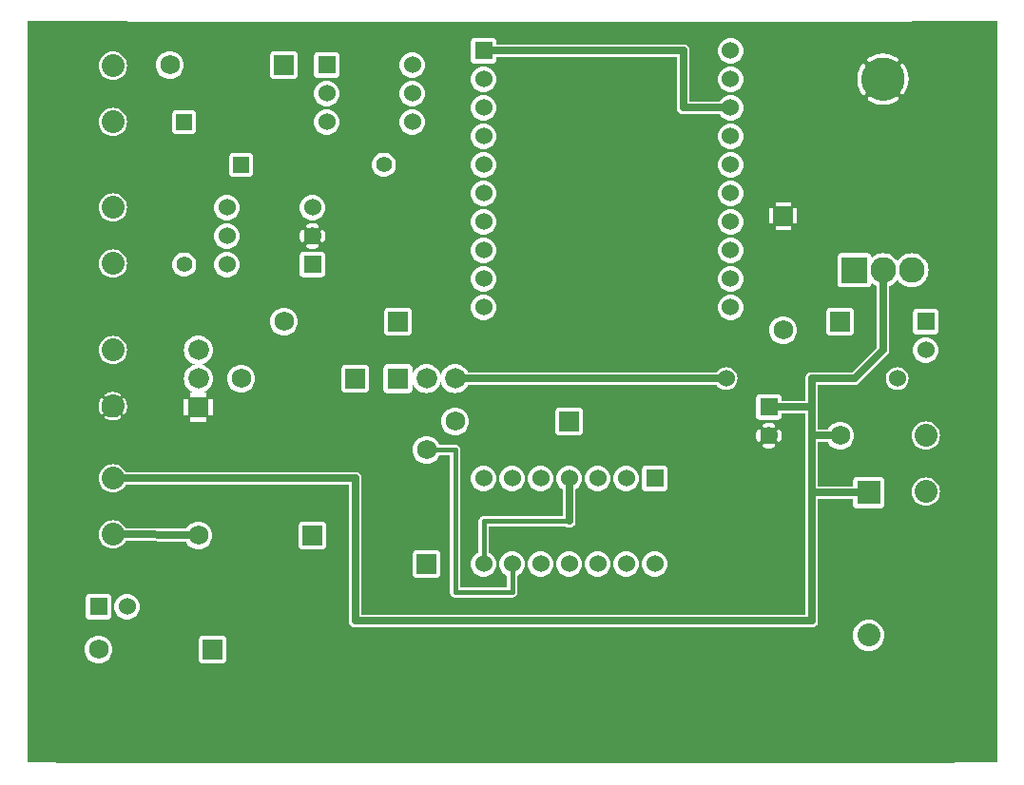
<source format=gbr>
G04 start of page 2 for group 0 idx 0 *
G04 Title: (unknown), component *
G04 Creator: pcb 20091103 *
G04 CreationDate: Tue 03 Apr 2012 04:10:51 AM GMT UTC *
G04 For: ed *
G04 Format: Gerber/RS-274X *
G04 PCB-Dimensions: 600000 500000 *
G04 PCB-Coordinate-Origin: lower left *
%MOIN*%
%FSLAX25Y25*%
%LNFRONT*%
%ADD11C,0.0200*%
%ADD12C,0.0250*%
%ADD13C,0.0160*%
%ADD14C,0.0600*%
%ADD16C,0.0900*%
%ADD17C,0.1500*%
%ADD18C,0.0800*%
%ADD19C,0.0680*%
%ADD20C,0.0720*%
%ADD21C,0.0550*%
%ADD22C,0.0380*%
%ADD23C,0.0280*%
%ADD24C,0.1300*%
%ADD25C,0.0300*%
%ADD26C,0.0150*%
%ADD27C,0.0420*%
%ADD28C,0.0350*%
G54D11*G36*
X320000Y484685D02*X330000D01*
Y224685D01*
X320000D01*
Y315000D01*
X320868Y315076D01*
X321710Y315302D01*
X322500Y315670D01*
X323214Y316170D01*
X323830Y316786D01*
X324330Y317500D01*
X324698Y318290D01*
X324924Y319132D01*
X325000Y320000D01*
X324924Y320868D01*
X324698Y321710D01*
X324330Y322500D01*
X323830Y323214D01*
X323214Y323830D01*
X322500Y324330D01*
X321710Y324698D01*
X320868Y324924D01*
X320000Y325000D01*
Y334685D01*
X320868Y334761D01*
X321710Y334987D01*
X322500Y335355D01*
X323214Y335855D01*
X323830Y336471D01*
X324330Y337185D01*
X324698Y337975D01*
X324924Y338817D01*
X325000Y339685D01*
X324924Y340553D01*
X324698Y341395D01*
X324330Y342185D01*
X323830Y342899D01*
X323214Y343515D01*
X322500Y344015D01*
X321710Y344383D01*
X320868Y344609D01*
X320000Y344685D01*
Y365185D01*
X320781Y365253D01*
X321539Y365456D01*
X322250Y365788D01*
X322893Y366238D01*
X323447Y366792D01*
X323897Y367435D01*
X324229Y368146D01*
X324432Y368904D01*
X324500Y369685D01*
X324432Y370466D01*
X324229Y371224D01*
X323897Y371935D01*
X323447Y372578D01*
X322893Y373132D01*
X322250Y373582D01*
X321539Y373914D01*
X320781Y374117D01*
X320000Y374185D01*
Y375185D01*
X323000D01*
X323260Y375208D01*
X323513Y375275D01*
X323750Y375386D01*
X323964Y375536D01*
X324149Y375721D01*
X324299Y375935D01*
X324410Y376172D01*
X324477Y376425D01*
X324500Y376685D01*
Y382685D01*
X324477Y382945D01*
X324410Y383198D01*
X324299Y383435D01*
X324149Y383649D01*
X323964Y383834D01*
X323750Y383984D01*
X323513Y384095D01*
X323260Y384162D01*
X323000Y384185D01*
X320000D01*
Y394405D01*
X320196Y394685D01*
X320638Y395633D01*
X320909Y396643D01*
X321000Y397685D01*
X320909Y398727D01*
X320638Y399737D01*
X320196Y400685D01*
X320000Y400965D01*
Y484685D01*
G37*
G36*
Y224685D02*X310000D01*
Y355685D01*
X310695Y355746D01*
X311368Y355926D01*
X312000Y356221D01*
X312571Y356621D01*
X313064Y357114D01*
X313464Y357685D01*
X313759Y358317D01*
X313939Y358990D01*
X314000Y359685D01*
X313939Y360380D01*
X313759Y361053D01*
X313464Y361685D01*
X313064Y362256D01*
X312571Y362749D01*
X312000Y363149D01*
X311368Y363444D01*
X310695Y363624D01*
X310000Y363685D01*
Y394405D01*
X310404Y393828D01*
X311143Y393089D01*
X312000Y392489D01*
X312948Y392047D01*
X313958Y391776D01*
X315000Y391685D01*
X316042Y391776D01*
X317052Y392047D01*
X318000Y392489D01*
X318857Y393089D01*
X319596Y393828D01*
X320000Y394405D01*
Y384185D01*
X317000D01*
X316740Y384162D01*
X316487Y384095D01*
X316250Y383984D01*
X316036Y383834D01*
X315851Y383649D01*
X315701Y383435D01*
X315590Y383198D01*
X315523Y382945D01*
X315500Y382685D01*
Y376685D01*
X315523Y376425D01*
X315590Y376172D01*
X315701Y375935D01*
X315851Y375721D01*
X316036Y375536D01*
X316250Y375386D01*
X316487Y375275D01*
X316740Y375208D01*
X317000Y375185D01*
X320000D01*
Y374185D01*
X319219Y374117D01*
X318461Y373914D01*
X317750Y373582D01*
X317107Y373132D01*
X316553Y372578D01*
X316103Y371935D01*
X315771Y371224D01*
X315568Y370466D01*
X315500Y369685D01*
X315568Y368904D01*
X315771Y368146D01*
X316103Y367435D01*
X316553Y366792D01*
X317107Y366238D01*
X317750Y365788D01*
X318461Y365456D01*
X319219Y365253D01*
X320000Y365185D01*
Y344685D01*
X319132Y344609D01*
X318290Y344383D01*
X317500Y344015D01*
X316786Y343515D01*
X316170Y342899D01*
X315670Y342185D01*
X315302Y341395D01*
X315076Y340553D01*
X315000Y339685D01*
X315076Y338817D01*
X315302Y337975D01*
X315670Y337185D01*
X316170Y336471D01*
X316786Y335855D01*
X317500Y335355D01*
X318290Y334987D01*
X319132Y334761D01*
X320000Y334685D01*
Y325000D01*
X319132Y324924D01*
X318290Y324698D01*
X317500Y324330D01*
X316786Y323830D01*
X316170Y323214D01*
X315670Y322500D01*
X315302Y321710D01*
X315076Y320868D01*
X315000Y320000D01*
X315076Y319132D01*
X315302Y318290D01*
X315670Y317500D01*
X316170Y316786D01*
X316786Y316170D01*
X317500Y315670D01*
X318290Y315302D01*
X319132Y315076D01*
X320000Y315000D01*
Y224685D01*
G37*
G36*
X310000D02*X300000D01*
Y264185D01*
X300955Y264269D01*
X301881Y264517D01*
X302750Y264922D01*
X303535Y265472D01*
X304213Y266150D01*
X304763Y266935D01*
X305168Y267804D01*
X305416Y268730D01*
X305500Y269685D01*
X305416Y270640D01*
X305168Y271566D01*
X304763Y272435D01*
X304213Y273220D01*
X303535Y273898D01*
X302750Y274448D01*
X301881Y274853D01*
X300955Y275101D01*
X300000Y275185D01*
Y314185D01*
X304000D01*
X304260Y314208D01*
X304513Y314275D01*
X304750Y314386D01*
X304964Y314536D01*
X305149Y314721D01*
X305299Y314935D01*
X305410Y315172D01*
X305477Y315425D01*
X305500Y315685D01*
Y323685D01*
X305477Y323945D01*
X305410Y324198D01*
X305299Y324435D01*
X305149Y324649D01*
X304964Y324834D01*
X304750Y324984D01*
X304513Y325095D01*
X304260Y325162D01*
X304000Y325185D01*
X300000D01*
Y361505D01*
X306590Y368095D01*
X306591Y368094D01*
X306654Y368169D01*
X306724Y368239D01*
X306779Y368318D01*
X306843Y368394D01*
X306891Y368478D01*
X306949Y368560D01*
X306992Y368652D01*
X307039Y368734D01*
X307072Y368825D01*
X307114Y368915D01*
X307141Y369014D01*
X307173Y369103D01*
X307189Y369193D01*
X307216Y369294D01*
X307225Y369399D01*
X307241Y369489D01*
Y369581D01*
X307250Y369685D01*
Y392139D01*
X308000Y392489D01*
X308857Y393089D01*
X309596Y393828D01*
X310000Y394405D01*
Y363685D01*
X309305Y363624D01*
X308632Y363444D01*
X308000Y363149D01*
X307429Y362749D01*
X306936Y362256D01*
X306536Y361685D01*
X306241Y361053D01*
X306061Y360380D01*
X306000Y359685D01*
X306061Y358990D01*
X306241Y358317D01*
X306536Y357685D01*
X306936Y357114D01*
X307429Y356621D01*
X308000Y356221D01*
X308632Y355926D01*
X309305Y355746D01*
X310000Y355685D01*
Y224685D01*
G37*
G36*
X300000Y325185D02*X296000D01*
X295740Y325162D01*
X295487Y325095D01*
X295250Y324984D01*
X295036Y324834D01*
X294851Y324649D01*
X294701Y324435D01*
X294590Y324198D01*
X294523Y323945D01*
X294500Y323685D01*
Y321935D01*
X282250D01*
Y337435D01*
X285663D01*
X285756Y337235D01*
X286246Y336535D01*
X286850Y335931D01*
X287550Y335441D01*
X288324Y335081D01*
X289149Y334859D01*
X290000Y334785D01*
X290851Y334859D01*
X291676Y335081D01*
X292450Y335441D01*
X293150Y335931D01*
X293754Y336535D01*
X294244Y337235D01*
X294604Y338009D01*
X294826Y338834D01*
X294900Y339685D01*
X294826Y340536D01*
X294604Y341361D01*
X294244Y342135D01*
X293754Y342835D01*
X293150Y343439D01*
X292450Y343929D01*
X291676Y344289D01*
X290851Y344511D01*
X290000Y344585D01*
X289149Y344511D01*
X288324Y344289D01*
X287550Y343929D01*
X286850Y343439D01*
X286246Y342835D01*
X285756Y342135D01*
X285663Y341935D01*
X282250D01*
Y357435D01*
X295000D01*
X295115Y357445D01*
X295196D01*
X295275Y357459D01*
X295391Y357469D01*
X295504Y357499D01*
X295582Y357513D01*
X295660Y357541D01*
X295770Y357571D01*
X295872Y357618D01*
X295950Y357647D01*
X296019Y357687D01*
X296125Y357736D01*
X296221Y357803D01*
X296290Y357843D01*
X296352Y357895D01*
X296446Y357961D01*
X296527Y358042D01*
X296590Y358095D01*
X300000Y361505D01*
Y325185D01*
G37*
G36*
Y224685D02*X225000D01*
Y272435D01*
X280000D01*
X280391Y272469D01*
X280770Y272571D01*
X281125Y272736D01*
X281446Y272961D01*
X281724Y273239D01*
X281949Y273560D01*
X282114Y273915D01*
X282216Y274294D01*
X282250Y274685D01*
Y317435D01*
X294500D01*
Y315685D01*
X294523Y315425D01*
X294590Y315172D01*
X294701Y314935D01*
X294851Y314721D01*
X295036Y314536D01*
X295250Y314386D01*
X295487Y314275D01*
X295740Y314208D01*
X296000Y314185D01*
X300000D01*
Y275185D01*
X299045Y275101D01*
X298119Y274853D01*
X297250Y274448D01*
X296465Y273898D01*
X295787Y273220D01*
X295237Y272435D01*
X294832Y271566D01*
X294584Y270640D01*
X294500Y269685D01*
X294584Y268730D01*
X294832Y267804D01*
X295237Y266935D01*
X295787Y266150D01*
X296465Y265472D01*
X297250Y264922D01*
X298119Y264517D01*
X299045Y264269D01*
X300000Y264185D01*
Y224685D01*
G37*
G36*
X290000Y391772D02*X290240Y391708D01*
X290500Y391685D01*
X299500D01*
X299760Y391708D01*
X300013Y391775D01*
X300250Y391886D01*
X300464Y392036D01*
X300649Y392221D01*
X300799Y392435D01*
X300910Y392672D01*
X300977Y392925D01*
X301000Y393185D01*
Y393232D01*
X301143Y393089D01*
X302000Y392489D01*
X302750Y392139D01*
Y370617D01*
X294068Y361935D01*
X290000D01*
Y374785D01*
X293400D01*
X293660Y374808D01*
X293913Y374875D01*
X294150Y374986D01*
X294364Y375136D01*
X294549Y375321D01*
X294699Y375535D01*
X294810Y375772D01*
X294877Y376025D01*
X294900Y376285D01*
Y383085D01*
X294877Y383345D01*
X294810Y383598D01*
X294699Y383835D01*
X294549Y384049D01*
X294364Y384234D01*
X294150Y384384D01*
X293913Y384495D01*
X293660Y384562D01*
X293400Y384585D01*
X290000D01*
Y391772D01*
G37*
G36*
X312502Y484685D02*X320000D01*
Y400965D01*
X319596Y401542D01*
X318857Y402281D01*
X318000Y402881D01*
X317052Y403323D01*
X316042Y403594D01*
X315000Y403685D01*
X313958Y403594D01*
X312948Y403323D01*
X312502Y403115D01*
Y459720D01*
X312894Y460365D01*
X313260Y461113D01*
X313555Y461893D01*
X313777Y462696D01*
X313923Y463517D01*
X313993Y464347D01*
X313986Y465181D01*
X313902Y466010D01*
X313741Y466828D01*
X313505Y467627D01*
X313197Y468401D01*
X312818Y469144D01*
X312502Y469643D01*
Y484685D01*
G37*
G36*
X304940D02*X312502D01*
Y469643D01*
X312372Y469848D01*
X312373Y469849D01*
X312289Y469949D01*
X312189Y470033D01*
X312075Y470099D01*
X311952Y470143D01*
X311823Y470166D01*
X311692D01*
X311563Y470143D01*
X311440Y470098D01*
X311327Y470033D01*
X311227Y469949D01*
X311143Y469849D01*
X311077Y469735D01*
X311033Y469612D01*
X311010Y469483D01*
Y469352D01*
X311033Y469223D01*
X311078Y469100D01*
X311143Y468987D01*
X311515Y468401D01*
X311830Y467782D01*
X312088Y467137D01*
X312284Y466471D01*
X312418Y465789D01*
X312488Y465098D01*
X312494Y464404D01*
X312436Y463712D01*
X312314Y463028D01*
X312129Y462358D01*
X311883Y461709D01*
X311579Y461085D01*
X311217Y460492D01*
Y460491D01*
X311154Y460377D01*
X311111Y460253D01*
X311091Y460124D01*
X311093Y459993D01*
X311118Y459865D01*
X311165Y459743D01*
X311233Y459631D01*
X311318Y459532D01*
X311420Y459450D01*
X311534Y459387D01*
X311658Y459344D01*
X311787Y459324D01*
X311918Y459326D01*
X312046Y459351D01*
X312168Y459398D01*
X312280Y459466D01*
X312379Y459551D01*
X312461Y459653D01*
X312502Y459720D01*
Y403115D01*
X312000Y402881D01*
X311143Y402281D01*
X310404Y401542D01*
X310000Y400965D01*
X309596Y401542D01*
X308857Y402281D01*
X308000Y402881D01*
X307052Y403323D01*
X306042Y403594D01*
X305000Y403685D01*
X304940Y403680D01*
Y455694D01*
X305495Y455699D01*
X306324Y455783D01*
X307142Y455944D01*
X307941Y456180D01*
X308715Y456488D01*
X309458Y456867D01*
X310162Y457313D01*
X310163Y457312D01*
X310263Y457396D01*
X310347Y457496D01*
X310413Y457610D01*
X310457Y457733D01*
X310480Y457862D01*
Y457993D01*
X310457Y458122D01*
X310412Y458245D01*
X310347Y458358D01*
X310263Y458458D01*
X310163Y458542D01*
X310049Y458608D01*
X309926Y458652D01*
X309797Y458675D01*
X309666D01*
X309537Y458652D01*
X309414Y458607D01*
X309301Y458542D01*
X308715Y458170D01*
X308096Y457855D01*
X307451Y457597D01*
X306785Y457401D01*
X306103Y457267D01*
X305412Y457197D01*
X304940Y457193D01*
Y472177D01*
X305281Y472180D01*
X305973Y472122D01*
X306657Y472000D01*
X307327Y471815D01*
X307976Y471569D01*
X308600Y471265D01*
X309193Y470903D01*
X309194D01*
X309308Y470840D01*
X309432Y470797D01*
X309561Y470777D01*
X309692Y470779D01*
X309820Y470804D01*
X309942Y470851D01*
X310054Y470919D01*
X310153Y471004D01*
X310235Y471106D01*
X310298Y471220D01*
X310341Y471344D01*
X310361Y471473D01*
X310359Y471604D01*
X310334Y471732D01*
X310287Y471854D01*
X310219Y471966D01*
X310134Y472065D01*
X310032Y472147D01*
X309320Y472580D01*
X308572Y472946D01*
X307792Y473241D01*
X306989Y473463D01*
X306168Y473609D01*
X305338Y473679D01*
X304940Y473676D01*
Y484685D01*
G37*
G36*
X297498D02*X304940D01*
Y473676D01*
X304504Y473672D01*
X303675Y473588D01*
X302857Y473427D01*
X302058Y473191D01*
X301284Y472883D01*
X300541Y472504D01*
X299837Y472058D01*
X299836Y472059D01*
X299736Y471975D01*
X299652Y471875D01*
X299586Y471761D01*
X299542Y471638D01*
X299519Y471509D01*
Y471378D01*
X299542Y471249D01*
X299587Y471126D01*
X299652Y471013D01*
X299736Y470913D01*
X299836Y470829D01*
X299950Y470763D01*
X300073Y470719D01*
X300202Y470696D01*
X300333D01*
X300462Y470719D01*
X300585Y470764D01*
X300698Y470829D01*
X301284Y471201D01*
X301903Y471516D01*
X302548Y471774D01*
X303214Y471970D01*
X303896Y472104D01*
X304587Y472174D01*
X304940Y472177D01*
Y457193D01*
X304718Y457191D01*
X304026Y457249D01*
X303342Y457371D01*
X302672Y457556D01*
X302023Y457802D01*
X301399Y458106D01*
X300806Y458468D01*
X300805D01*
X300691Y458531D01*
X300567Y458574D01*
X300438Y458594D01*
X300307Y458592D01*
X300179Y458567D01*
X300057Y458520D01*
X299945Y458452D01*
X299846Y458367D01*
X299764Y458265D01*
X299701Y458151D01*
X299658Y458027D01*
X299638Y457898D01*
X299640Y457767D01*
X299665Y457639D01*
X299712Y457517D01*
X299780Y457405D01*
X299865Y457306D01*
X299967Y457224D01*
X300679Y456791D01*
X301427Y456425D01*
X302207Y456130D01*
X303010Y455908D01*
X303831Y455762D01*
X304661Y455692D01*
X304940Y455694D01*
Y403680D01*
X303958Y403594D01*
X302948Y403323D01*
X302000Y402881D01*
X301143Y402281D01*
X301000Y402138D01*
Y402185D01*
X300977Y402445D01*
X300910Y402698D01*
X300799Y402935D01*
X300649Y403149D01*
X300464Y403334D01*
X300250Y403484D01*
X300013Y403595D01*
X299760Y403662D01*
X299500Y403685D01*
X297498D01*
Y459727D01*
X297627Y459523D01*
X297626Y459522D01*
X297710Y459422D01*
X297810Y459338D01*
X297924Y459272D01*
X298047Y459228D01*
X298176Y459205D01*
X298307D01*
X298436Y459228D01*
X298559Y459273D01*
X298672Y459338D01*
X298772Y459422D01*
X298856Y459522D01*
X298922Y459636D01*
X298966Y459759D01*
X298989Y459888D01*
Y460019D01*
X298966Y460148D01*
X298921Y460271D01*
X298856Y460384D01*
X298484Y460970D01*
X298169Y461589D01*
X297911Y462234D01*
X297715Y462900D01*
X297581Y463582D01*
X297511Y464273D01*
X297505Y464967D01*
X297563Y465659D01*
X297685Y466343D01*
X297870Y467013D01*
X298116Y467662D01*
X298420Y468286D01*
X298782Y468879D01*
Y468880D01*
X298845Y468994D01*
X298888Y469118D01*
X298908Y469247D01*
X298906Y469378D01*
X298881Y469506D01*
X298834Y469628D01*
X298766Y469740D01*
X298681Y469839D01*
X298579Y469921D01*
X298465Y469984D01*
X298341Y470027D01*
X298212Y470047D01*
X298081Y470045D01*
X297953Y470020D01*
X297831Y469973D01*
X297719Y469905D01*
X297620Y469820D01*
X297538Y469718D01*
X297498Y469652D01*
Y484685D01*
G37*
G36*
X290000D02*X297498D01*
Y469652D01*
X297105Y469006D01*
X296739Y468258D01*
X296444Y467478D01*
X296222Y466675D01*
X296076Y465854D01*
X296006Y465024D01*
X296013Y464190D01*
X296097Y463361D01*
X296258Y462543D01*
X296494Y461744D01*
X296802Y460970D01*
X297181Y460227D01*
X297498Y459727D01*
Y403685D01*
X290500D01*
X290240Y403662D01*
X290000Y403598D01*
Y484685D01*
G37*
G36*
X270000Y347435D02*X277750D01*
Y276935D01*
X270000D01*
Y347435D01*
G37*
G36*
X274150Y484685D02*X290000D01*
Y403598D01*
X289987Y403595D01*
X289750Y403484D01*
X289536Y403334D01*
X289351Y403149D01*
X289201Y402935D01*
X289090Y402698D01*
X289023Y402445D01*
X289000Y402185D01*
Y393185D01*
X289023Y392925D01*
X289090Y392672D01*
X289201Y392435D01*
X289351Y392221D01*
X289536Y392036D01*
X289750Y391886D01*
X289987Y391775D01*
X290000Y391772D01*
Y384585D01*
X286600D01*
X286340Y384562D01*
X286087Y384495D01*
X285850Y384384D01*
X285636Y384234D01*
X285451Y384049D01*
X285301Y383835D01*
X285190Y383598D01*
X285123Y383345D01*
X285100Y383085D01*
Y376285D01*
X285123Y376025D01*
X285190Y375772D01*
X285301Y375535D01*
X285451Y375321D01*
X285636Y375136D01*
X285850Y374986D01*
X286087Y374875D01*
X286340Y374808D01*
X286600Y374785D01*
X290000D01*
Y361935D01*
X280000D01*
X279609Y361901D01*
X279230Y361799D01*
X278875Y361634D01*
X278554Y361409D01*
X278276Y361131D01*
X278051Y360810D01*
X277886Y360455D01*
X277784Y360076D01*
X277750Y359685D01*
Y351935D01*
X274150D01*
Y374101D01*
X274244Y374235D01*
X274604Y375009D01*
X274826Y375834D01*
X274900Y376685D01*
X274826Y377536D01*
X274604Y378361D01*
X274244Y379135D01*
X274150Y379269D01*
Y414035D01*
X274900D01*
Y419335D01*
X274150D01*
Y484685D01*
G37*
G36*
Y351935D02*X270000D01*
Y371785D01*
X270851Y371859D01*
X271676Y372081D01*
X272450Y372441D01*
X273150Y372931D01*
X273754Y373535D01*
X274150Y374101D01*
Y351935D01*
G37*
G36*
X270000Y484685D02*X274150D01*
Y419335D01*
X273400D01*
Y414035D01*
X274150D01*
Y379269D01*
X273754Y379835D01*
X273150Y380439D01*
X272450Y380929D01*
X271676Y381289D01*
X270851Y381511D01*
X270000Y381585D01*
Y411785D01*
X272650D01*
Y413285D01*
X270000D01*
Y420085D01*
X272650D01*
Y421585D01*
X270000D01*
Y484685D01*
G37*
G36*
X268613Y345322D02*X268750Y345386D01*
X268964Y345536D01*
X269149Y345721D01*
X269299Y345935D01*
X269410Y346172D01*
X269477Y346425D01*
X269500Y346685D01*
Y347435D01*
X270000D01*
Y276935D01*
X268613D01*
Y337545D01*
X268708Y337567D01*
X268829Y337618D01*
X268938Y337690D01*
X269034Y337779D01*
X269113Y337883D01*
X269172Y338000D01*
X269314Y338407D01*
X269417Y338827D01*
X269479Y339254D01*
X269500Y339685D01*
X269479Y340117D01*
X269417Y340544D01*
X269314Y340964D01*
X269172Y341371D01*
X269171D01*
X269112Y341487D01*
X269033Y341592D01*
X268937Y341681D01*
X268828Y341752D01*
X268707Y341803D01*
X268613Y341824D01*
Y345322D01*
G37*
G36*
X265850Y345185D02*X268000D01*
X268260Y345208D01*
X268513Y345275D01*
X268613Y345322D01*
Y341824D01*
X268580Y341832D01*
X268450Y341839D01*
X268320Y341823D01*
X268195Y341785D01*
X268079Y341726D01*
X267974Y341647D01*
X267885Y341551D01*
X267814Y341442D01*
X267763Y341321D01*
X267734Y341194D01*
X267727Y341064D01*
X267743Y340934D01*
X267781Y340809D01*
X267876Y340538D01*
X267944Y340258D01*
X267986Y339973D01*
X268000Y339685D01*
X267986Y339398D01*
X267944Y339113D01*
X267876Y338833D01*
X267781Y338562D01*
X267780D01*
X267742Y338437D01*
X267726Y338307D01*
X267733Y338176D01*
X267762Y338049D01*
X267813Y337928D01*
X267885Y337819D01*
X267974Y337723D01*
X268078Y337644D01*
X268195Y337585D01*
X268320Y337547D01*
X268450Y337531D01*
X268581Y337538D01*
X268613Y337545D01*
Y276935D01*
X265850D01*
Y335267D01*
X265858Y335268D01*
X266278Y335371D01*
X266685Y335513D01*
Y335514D01*
X266801Y335573D01*
X266906Y335652D01*
X266995Y335748D01*
X267066Y335857D01*
X267117Y335978D01*
X267146Y336105D01*
X267153Y336235D01*
X267137Y336365D01*
X267099Y336490D01*
X267040Y336606D01*
X266961Y336711D01*
X266865Y336800D01*
X266756Y336871D01*
X266635Y336922D01*
X266508Y336951D01*
X266378Y336958D01*
X266248Y336942D01*
X266123Y336904D01*
X265852Y336809D01*
X265850D01*
Y342562D01*
X265852D01*
X266123Y342467D01*
Y342466D01*
X266248Y342428D01*
X266378Y342412D01*
X266509Y342419D01*
X266636Y342448D01*
X266757Y342499D01*
X266866Y342571D01*
X266962Y342660D01*
X267041Y342764D01*
X267100Y342881D01*
X267138Y343006D01*
X267154Y343136D01*
X267147Y343267D01*
X267118Y343394D01*
X267067Y343515D01*
X266995Y343624D01*
X266906Y343720D01*
X266802Y343799D01*
X266685Y343858D01*
X266278Y344000D01*
X265858Y344103D01*
X265850Y344104D01*
Y345185D01*
G37*
G36*
Y374101D02*X266246Y373535D01*
X266850Y372931D01*
X267550Y372441D01*
X268324Y372081D01*
X269149Y371859D01*
X270000Y371785D01*
Y351935D01*
X269500D01*
Y352685D01*
X269477Y352945D01*
X269410Y353198D01*
X269299Y353435D01*
X269149Y353649D01*
X268964Y353834D01*
X268750Y353984D01*
X268513Y354095D01*
X268260Y354162D01*
X268000Y354185D01*
X265850D01*
Y374101D01*
G37*
G36*
Y484685D02*X270000D01*
Y421585D01*
X267350D01*
Y420085D01*
X270000D01*
Y413285D01*
X267350D01*
Y411785D01*
X270000D01*
Y381585D01*
X269149Y381511D01*
X268324Y381289D01*
X267550Y380929D01*
X266850Y380439D01*
X266246Y379835D01*
X265850Y379269D01*
Y414035D01*
X266600D01*
Y419335D01*
X265850D01*
Y484685D01*
G37*
G36*
X261387Y345322D02*X261487Y345275D01*
X261740Y345208D01*
X262000Y345185D01*
X265850D01*
Y344104D01*
X265431Y344165D01*
X265000Y344185D01*
X264568Y344165D01*
X264141Y344103D01*
X263721Y344000D01*
X263314Y343858D01*
Y343857D01*
X263198Y343798D01*
X263093Y343719D01*
X263004Y343623D01*
X262933Y343514D01*
X262882Y343393D01*
X262853Y343266D01*
X262846Y343136D01*
X262862Y343006D01*
X262900Y342881D01*
X262959Y342765D01*
X263038Y342660D01*
X263134Y342571D01*
X263243Y342500D01*
X263364Y342449D01*
X263491Y342420D01*
X263621Y342413D01*
X263751Y342429D01*
X263876Y342467D01*
X264147Y342562D01*
X264427Y342630D01*
X264712Y342672D01*
X265000Y342685D01*
X265287Y342672D01*
X265572Y342630D01*
X265850Y342562D01*
Y336809D01*
X265572Y336741D01*
X265287Y336699D01*
X264999Y336685D01*
X264712Y336699D01*
X264427Y336741D01*
X264147Y336809D01*
X263876Y336904D01*
Y336905D01*
X263751Y336943D01*
X263621Y336959D01*
X263490Y336952D01*
X263363Y336923D01*
X263242Y336872D01*
X263133Y336800D01*
X263037Y336711D01*
X262958Y336607D01*
X262899Y336490D01*
X262861Y336365D01*
X262845Y336235D01*
X262852Y336104D01*
X262881Y335977D01*
X262932Y335856D01*
X263004Y335747D01*
X263093Y335651D01*
X263197Y335572D01*
X263314Y335513D01*
X263721Y335371D01*
X264141Y335268D01*
X264568Y335206D01*
X264999Y335185D01*
X265431Y335206D01*
X265850Y335267D01*
Y276935D01*
X261387D01*
Y337546D01*
X261419Y337539D01*
X261549Y337532D01*
X261679Y337548D01*
X261804Y337586D01*
X261920Y337645D01*
X262025Y337724D01*
X262114Y337820D01*
X262185Y337929D01*
X262236Y338050D01*
X262265Y338177D01*
X262272Y338307D01*
X262256Y338437D01*
X262218Y338562D01*
X262123Y338833D01*
X262055Y339113D01*
X262013Y339398D01*
X262000Y339686D01*
X262013Y339973D01*
X262055Y340258D01*
X262123Y340538D01*
X262218Y340809D01*
X262219D01*
X262257Y340934D01*
X262273Y341064D01*
X262266Y341195D01*
X262237Y341322D01*
X262186Y341443D01*
X262114Y341552D01*
X262025Y341648D01*
X261921Y341727D01*
X261804Y341786D01*
X261679Y341824D01*
X261549Y341840D01*
X261418Y341833D01*
X261387Y341826D01*
Y345322D01*
G37*
G36*
Y484685D02*X265850D01*
Y419335D01*
X265100D01*
Y414035D01*
X265850D01*
Y379269D01*
X265756Y379135D01*
X265396Y378361D01*
X265174Y377536D01*
X265100Y376685D01*
X265174Y375834D01*
X265396Y375009D01*
X265756Y374235D01*
X265850Y374101D01*
Y354185D01*
X262000D01*
X261740Y354162D01*
X261487Y354095D01*
X261387Y354048D01*
Y484685D01*
G37*
G36*
X251600D02*X261387D01*
Y354048D01*
X261250Y353984D01*
X261036Y353834D01*
X260851Y353649D01*
X260701Y353435D01*
X260590Y353198D01*
X260523Y352945D01*
X260500Y352685D01*
Y346685D01*
X260523Y346425D01*
X260590Y346172D01*
X260701Y345935D01*
X260851Y345721D01*
X261036Y345536D01*
X261250Y345386D01*
X261387Y345322D01*
Y341826D01*
X261291Y341804D01*
X261170Y341753D01*
X261061Y341681D01*
X260965Y341592D01*
X260886Y341488D01*
X260827Y341371D01*
X260685Y340964D01*
X260582Y340544D01*
X260520Y340117D01*
X260500Y339686D01*
X260520Y339254D01*
X260582Y338827D01*
X260685Y338407D01*
X260827Y338000D01*
X260828D01*
X260887Y337884D01*
X260966Y337779D01*
X261062Y337690D01*
X261171Y337619D01*
X261292Y337568D01*
X261387Y337546D01*
Y276935D01*
X251600D01*
Y356034D01*
X252000Y356221D01*
X252571Y356621D01*
X253064Y357114D01*
X253464Y357685D01*
X253759Y358317D01*
X253939Y358990D01*
X254000Y359685D01*
X253939Y360380D01*
X253759Y361053D01*
X253464Y361685D01*
X253064Y362256D01*
X252571Y362749D01*
X252000Y363149D01*
X251600Y363336D01*
Y380185D01*
X252381Y380253D01*
X253139Y380456D01*
X253850Y380788D01*
X254493Y381238D01*
X255047Y381792D01*
X255497Y382435D01*
X255829Y383146D01*
X256032Y383904D01*
X256100Y384685D01*
X256032Y385466D01*
X255829Y386224D01*
X255497Y386935D01*
X255047Y387578D01*
X254493Y388132D01*
X253850Y388582D01*
X253139Y388914D01*
X252381Y389117D01*
X251600Y389185D01*
Y390185D01*
X252381Y390253D01*
X253139Y390456D01*
X253850Y390788D01*
X254493Y391238D01*
X255047Y391792D01*
X255497Y392435D01*
X255829Y393146D01*
X256032Y393904D01*
X256100Y394685D01*
X256032Y395466D01*
X255829Y396224D01*
X255497Y396935D01*
X255047Y397578D01*
X254493Y398132D01*
X253850Y398582D01*
X253139Y398914D01*
X252381Y399117D01*
X251600Y399185D01*
Y400185D01*
X252381Y400253D01*
X253139Y400456D01*
X253850Y400788D01*
X254493Y401238D01*
X255047Y401792D01*
X255497Y402435D01*
X255829Y403146D01*
X256032Y403904D01*
X256100Y404685D01*
X256032Y405466D01*
X255829Y406224D01*
X255497Y406935D01*
X255047Y407578D01*
X254493Y408132D01*
X253850Y408582D01*
X253139Y408914D01*
X252381Y409117D01*
X251600Y409185D01*
Y410185D01*
X252381Y410253D01*
X253139Y410456D01*
X253850Y410788D01*
X254493Y411238D01*
X255047Y411792D01*
X255497Y412435D01*
X255829Y413146D01*
X256032Y413904D01*
X256100Y414685D01*
X256032Y415466D01*
X255829Y416224D01*
X255497Y416935D01*
X255047Y417578D01*
X254493Y418132D01*
X253850Y418582D01*
X253139Y418914D01*
X252381Y419117D01*
X251600Y419185D01*
Y420185D01*
X252381Y420253D01*
X253139Y420456D01*
X253850Y420788D01*
X254493Y421238D01*
X255047Y421792D01*
X255497Y422435D01*
X255829Y423146D01*
X256032Y423904D01*
X256100Y424685D01*
X256032Y425466D01*
X255829Y426224D01*
X255497Y426935D01*
X255047Y427578D01*
X254493Y428132D01*
X253850Y428582D01*
X253139Y428914D01*
X252381Y429117D01*
X251600Y429185D01*
Y430185D01*
X252381Y430253D01*
X253139Y430456D01*
X253850Y430788D01*
X254493Y431238D01*
X255047Y431792D01*
X255497Y432435D01*
X255829Y433146D01*
X256032Y433904D01*
X256100Y434685D01*
X256032Y435466D01*
X255829Y436224D01*
X255497Y436935D01*
X255047Y437578D01*
X254493Y438132D01*
X253850Y438582D01*
X253139Y438914D01*
X252381Y439117D01*
X251600Y439185D01*
Y440185D01*
X252381Y440253D01*
X253139Y440456D01*
X253850Y440788D01*
X254493Y441238D01*
X255047Y441792D01*
X255497Y442435D01*
X255829Y443146D01*
X256032Y443904D01*
X256100Y444685D01*
X256032Y445466D01*
X255829Y446224D01*
X255497Y446935D01*
X255047Y447578D01*
X254493Y448132D01*
X253850Y448582D01*
X253139Y448914D01*
X252381Y449117D01*
X251600Y449185D01*
Y450185D01*
X252381Y450253D01*
X253139Y450456D01*
X253850Y450788D01*
X254493Y451238D01*
X255047Y451792D01*
X255497Y452435D01*
X255829Y453146D01*
X256032Y453904D01*
X256100Y454685D01*
X256032Y455466D01*
X255829Y456224D01*
X255497Y456935D01*
X255047Y457578D01*
X254493Y458132D01*
X253850Y458582D01*
X253139Y458914D01*
X252381Y459117D01*
X251600Y459185D01*
Y460185D01*
X252381Y460253D01*
X253139Y460456D01*
X253850Y460788D01*
X254493Y461238D01*
X255047Y461792D01*
X255497Y462435D01*
X255829Y463146D01*
X256032Y463904D01*
X256100Y464685D01*
X256032Y465466D01*
X255829Y466224D01*
X255497Y466935D01*
X255047Y467578D01*
X254493Y468132D01*
X253850Y468582D01*
X253139Y468914D01*
X252381Y469117D01*
X251600Y469185D01*
Y470185D01*
X252381Y470253D01*
X253139Y470456D01*
X253850Y470788D01*
X254493Y471238D01*
X255047Y471792D01*
X255497Y472435D01*
X255829Y473146D01*
X256032Y473904D01*
X256100Y474685D01*
X256032Y475466D01*
X255829Y476224D01*
X255497Y476935D01*
X255047Y477578D01*
X254493Y478132D01*
X253850Y478582D01*
X253139Y478914D01*
X252381Y479117D01*
X251600Y479185D01*
Y484685D01*
G37*
G36*
Y363336D02*X251368Y363444D01*
X250695Y363624D01*
X250000Y363685D01*
X249305Y363624D01*
X248632Y363444D01*
X248000Y363149D01*
X247429Y362749D01*
X246936Y362256D01*
X246711Y361935D01*
X225000D01*
Y472435D01*
X232750D01*
Y454685D01*
X232784Y454294D01*
X232886Y453915D01*
X233051Y453560D01*
X233276Y453239D01*
X233554Y452961D01*
X233875Y452736D01*
X234230Y452571D01*
X234609Y452469D01*
X235000Y452435D01*
X247703D01*
X248153Y451792D01*
X248707Y451238D01*
X249350Y450788D01*
X250061Y450456D01*
X250819Y450253D01*
X251600Y450185D01*
Y449185D01*
X250819Y449117D01*
X250061Y448914D01*
X249350Y448582D01*
X248707Y448132D01*
X248153Y447578D01*
X247703Y446935D01*
X247371Y446224D01*
X247168Y445466D01*
X247100Y444685D01*
X247168Y443904D01*
X247371Y443146D01*
X247703Y442435D01*
X248153Y441792D01*
X248707Y441238D01*
X249350Y440788D01*
X250061Y440456D01*
X250819Y440253D01*
X251600Y440185D01*
Y439185D01*
X250819Y439117D01*
X250061Y438914D01*
X249350Y438582D01*
X248707Y438132D01*
X248153Y437578D01*
X247703Y436935D01*
X247371Y436224D01*
X247168Y435466D01*
X247100Y434685D01*
X247168Y433904D01*
X247371Y433146D01*
X247703Y432435D01*
X248153Y431792D01*
X248707Y431238D01*
X249350Y430788D01*
X250061Y430456D01*
X250819Y430253D01*
X251600Y430185D01*
Y429185D01*
X250819Y429117D01*
X250061Y428914D01*
X249350Y428582D01*
X248707Y428132D01*
X248153Y427578D01*
X247703Y426935D01*
X247371Y426224D01*
X247168Y425466D01*
X247100Y424685D01*
X247168Y423904D01*
X247371Y423146D01*
X247703Y422435D01*
X248153Y421792D01*
X248707Y421238D01*
X249350Y420788D01*
X250061Y420456D01*
X250819Y420253D01*
X251600Y420185D01*
Y419185D01*
X250819Y419117D01*
X250061Y418914D01*
X249350Y418582D01*
X248707Y418132D01*
X248153Y417578D01*
X247703Y416935D01*
X247371Y416224D01*
X247168Y415466D01*
X247100Y414685D01*
X247168Y413904D01*
X247371Y413146D01*
X247703Y412435D01*
X248153Y411792D01*
X248707Y411238D01*
X249350Y410788D01*
X250061Y410456D01*
X250819Y410253D01*
X251600Y410185D01*
Y409185D01*
X250819Y409117D01*
X250061Y408914D01*
X249350Y408582D01*
X248707Y408132D01*
X248153Y407578D01*
X247703Y406935D01*
X247371Y406224D01*
X247168Y405466D01*
X247100Y404685D01*
X247168Y403904D01*
X247371Y403146D01*
X247703Y402435D01*
X248153Y401792D01*
X248707Y401238D01*
X249350Y400788D01*
X250061Y400456D01*
X250819Y400253D01*
X251600Y400185D01*
Y399185D01*
X250819Y399117D01*
X250061Y398914D01*
X249350Y398582D01*
X248707Y398132D01*
X248153Y397578D01*
X247703Y396935D01*
X247371Y396224D01*
X247168Y395466D01*
X247100Y394685D01*
X247168Y393904D01*
X247371Y393146D01*
X247703Y392435D01*
X248153Y391792D01*
X248707Y391238D01*
X249350Y390788D01*
X250061Y390456D01*
X250819Y390253D01*
X251600Y390185D01*
Y389185D01*
X250819Y389117D01*
X250061Y388914D01*
X249350Y388582D01*
X248707Y388132D01*
X248153Y387578D01*
X247703Y386935D01*
X247371Y386224D01*
X247168Y385466D01*
X247100Y384685D01*
X247168Y383904D01*
X247371Y383146D01*
X247703Y382435D01*
X248153Y381792D01*
X248707Y381238D01*
X249350Y380788D01*
X250061Y380456D01*
X250819Y380253D01*
X251600Y380185D01*
Y363336D01*
G37*
G36*
Y276935D02*X225000D01*
Y290185D01*
X225781Y290253D01*
X226539Y290456D01*
X227250Y290788D01*
X227893Y291238D01*
X228447Y291792D01*
X228897Y292435D01*
X229229Y293146D01*
X229432Y293904D01*
X229500Y294685D01*
X229432Y295466D01*
X229229Y296224D01*
X228897Y296935D01*
X228447Y297578D01*
X227893Y298132D01*
X227250Y298582D01*
X226539Y298914D01*
X225781Y299117D01*
X225000Y299185D01*
Y320185D01*
X228000D01*
X228260Y320208D01*
X228513Y320275D01*
X228750Y320386D01*
X228964Y320536D01*
X229149Y320721D01*
X229299Y320935D01*
X229410Y321172D01*
X229477Y321425D01*
X229500Y321685D01*
Y327685D01*
X229477Y327945D01*
X229410Y328198D01*
X229299Y328435D01*
X229149Y328649D01*
X228964Y328834D01*
X228750Y328984D01*
X228513Y329095D01*
X228260Y329162D01*
X228000Y329185D01*
X225000D01*
Y357435D01*
X246711D01*
X246936Y357114D01*
X247429Y356621D01*
X248000Y356221D01*
X248632Y355926D01*
X249305Y355746D01*
X250000Y355685D01*
X250695Y355746D01*
X251368Y355926D01*
X251600Y356034D01*
Y276935D01*
G37*
G36*
X225000Y484685D02*X251600D01*
Y479185D01*
X250819Y479117D01*
X250061Y478914D01*
X249350Y478582D01*
X248707Y478132D01*
X248153Y477578D01*
X247703Y476935D01*
X247371Y476224D01*
X247168Y475466D01*
X247100Y474685D01*
X247168Y473904D01*
X247371Y473146D01*
X247703Y472435D01*
X248153Y471792D01*
X248707Y471238D01*
X249350Y470788D01*
X250061Y470456D01*
X250819Y470253D01*
X251600Y470185D01*
Y469185D01*
X250819Y469117D01*
X250061Y468914D01*
X249350Y468582D01*
X248707Y468132D01*
X248153Y467578D01*
X247703Y466935D01*
X247371Y466224D01*
X247168Y465466D01*
X247100Y464685D01*
X247168Y463904D01*
X247371Y463146D01*
X247703Y462435D01*
X248153Y461792D01*
X248707Y461238D01*
X249350Y460788D01*
X250061Y460456D01*
X250819Y460253D01*
X251600Y460185D01*
Y459185D01*
X250819Y459117D01*
X250061Y458914D01*
X249350Y458582D01*
X248707Y458132D01*
X248153Y457578D01*
X247703Y456935D01*
X237250D01*
Y474685D01*
X237216Y475076D01*
X237114Y475455D01*
X236949Y475810D01*
X236724Y476131D01*
X236446Y476409D01*
X236125Y476634D01*
X235770Y476799D01*
X235391Y476901D01*
X235000Y476935D01*
X225000D01*
Y484685D01*
G37*
G36*
Y361935D02*X215000D01*
Y472435D01*
X225000D01*
Y361935D01*
G37*
G36*
Y276935D02*X215000D01*
Y290185D01*
X215781Y290253D01*
X216539Y290456D01*
X217250Y290788D01*
X217893Y291238D01*
X218447Y291792D01*
X218897Y292435D01*
X219229Y293146D01*
X219432Y293904D01*
X219500Y294685D01*
X219432Y295466D01*
X219229Y296224D01*
X218897Y296935D01*
X218447Y297578D01*
X217893Y298132D01*
X217250Y298582D01*
X216539Y298914D01*
X215781Y299117D01*
X215000Y299185D01*
Y320185D01*
X215781Y320253D01*
X216539Y320456D01*
X217250Y320788D01*
X217893Y321238D01*
X218447Y321792D01*
X218897Y322435D01*
X219229Y323146D01*
X219432Y323904D01*
X219500Y324685D01*
X219432Y325466D01*
X219229Y326224D01*
X218897Y326935D01*
X218447Y327578D01*
X217893Y328132D01*
X217250Y328582D01*
X216539Y328914D01*
X215781Y329117D01*
X215000Y329185D01*
Y357435D01*
X225000D01*
Y329185D01*
X222000D01*
X221740Y329162D01*
X221487Y329095D01*
X221250Y328984D01*
X221036Y328834D01*
X220851Y328649D01*
X220701Y328435D01*
X220590Y328198D01*
X220523Y327945D01*
X220500Y327685D01*
Y321685D01*
X220523Y321425D01*
X220590Y321172D01*
X220701Y320935D01*
X220851Y320721D01*
X221036Y320536D01*
X221250Y320386D01*
X221487Y320275D01*
X221740Y320208D01*
X222000Y320185D01*
X225000D01*
Y299185D01*
X224219Y299117D01*
X223461Y298914D01*
X222750Y298582D01*
X222107Y298132D01*
X221553Y297578D01*
X221103Y296935D01*
X220771Y296224D01*
X220568Y295466D01*
X220500Y294685D01*
X220568Y293904D01*
X220771Y293146D01*
X221103Y292435D01*
X221553Y291792D01*
X222107Y291238D01*
X222750Y290788D01*
X223461Y290456D01*
X224219Y290253D01*
X225000Y290185D01*
Y276935D01*
G37*
G36*
Y224685D02*X215000D01*
Y272435D01*
X225000D01*
Y224685D01*
G37*
G36*
X215000Y484685D02*X225000D01*
Y476935D01*
X215000D01*
Y484685D01*
G37*
G36*
Y361935D02*X195000D01*
Y472435D01*
X215000D01*
Y361935D01*
G37*
G36*
Y276935D02*X205000D01*
Y290185D01*
X205781Y290253D01*
X206539Y290456D01*
X207250Y290788D01*
X207893Y291238D01*
X208447Y291792D01*
X208897Y292435D01*
X209229Y293146D01*
X209432Y293904D01*
X209500Y294685D01*
X209432Y295466D01*
X209229Y296224D01*
X208897Y296935D01*
X208447Y297578D01*
X207893Y298132D01*
X207250Y298582D01*
X206539Y298914D01*
X205781Y299117D01*
X205000Y299185D01*
Y320185D01*
X205781Y320253D01*
X206539Y320456D01*
X207250Y320788D01*
X207893Y321238D01*
X208447Y321792D01*
X208897Y322435D01*
X209229Y323146D01*
X209432Y323904D01*
X209500Y324685D01*
X209432Y325466D01*
X209229Y326224D01*
X208897Y326935D01*
X208447Y327578D01*
X207893Y328132D01*
X207250Y328582D01*
X206539Y328914D01*
X205781Y329117D01*
X205000Y329185D01*
Y357435D01*
X215000D01*
Y329185D01*
X214219Y329117D01*
X213461Y328914D01*
X212750Y328582D01*
X212107Y328132D01*
X211553Y327578D01*
X211103Y326935D01*
X210771Y326224D01*
X210568Y325466D01*
X210500Y324685D01*
X210568Y323904D01*
X210771Y323146D01*
X211103Y322435D01*
X211553Y321792D01*
X212107Y321238D01*
X212750Y320788D01*
X213461Y320456D01*
X214219Y320253D01*
X215000Y320185D01*
Y299185D01*
X214219Y299117D01*
X213461Y298914D01*
X212750Y298582D01*
X212107Y298132D01*
X211553Y297578D01*
X211103Y296935D01*
X210771Y296224D01*
X210568Y295466D01*
X210500Y294685D01*
X210568Y293904D01*
X210771Y293146D01*
X211103Y292435D01*
X211553Y291792D01*
X212107Y291238D01*
X212750Y290788D01*
X213461Y290456D01*
X214219Y290253D01*
X215000Y290185D01*
Y276935D01*
G37*
G36*
X205000D02*X195000D01*
Y290185D01*
X195781Y290253D01*
X196539Y290456D01*
X197250Y290788D01*
X197893Y291238D01*
X198447Y291792D01*
X198897Y292435D01*
X199229Y293146D01*
X199432Y293904D01*
X199500Y294685D01*
X199432Y295466D01*
X199229Y296224D01*
X198897Y296935D01*
X198447Y297578D01*
X197893Y298132D01*
X197250Y298582D01*
X196539Y298914D01*
X195781Y299117D01*
X195000Y299185D01*
Y307435D01*
X195391Y307469D01*
X195770Y307571D01*
X196125Y307736D01*
X196446Y307961D01*
X196724Y308239D01*
X196949Y308560D01*
X197114Y308915D01*
X197216Y309294D01*
X197250Y309685D01*
Y320788D01*
X197893Y321238D01*
X198447Y321792D01*
X198897Y322435D01*
X199229Y323146D01*
X199432Y323904D01*
X199500Y324685D01*
X199432Y325466D01*
X199229Y326224D01*
X198897Y326935D01*
X198447Y327578D01*
X197893Y328132D01*
X197250Y328582D01*
X196539Y328914D01*
X195781Y329117D01*
X195000Y329185D01*
Y339785D01*
X198400D01*
X198660Y339808D01*
X198913Y339875D01*
X199150Y339986D01*
X199364Y340136D01*
X199549Y340321D01*
X199699Y340535D01*
X199810Y340772D01*
X199877Y341025D01*
X199900Y341285D01*
Y348085D01*
X199877Y348345D01*
X199810Y348598D01*
X199699Y348835D01*
X199549Y349049D01*
X199364Y349234D01*
X199150Y349384D01*
X198913Y349495D01*
X198660Y349562D01*
X198400Y349585D01*
X195000D01*
Y357435D01*
X205000D01*
Y329185D01*
X204219Y329117D01*
X203461Y328914D01*
X202750Y328582D01*
X202107Y328132D01*
X201553Y327578D01*
X201103Y326935D01*
X200771Y326224D01*
X200568Y325466D01*
X200500Y324685D01*
X200568Y323904D01*
X200771Y323146D01*
X201103Y322435D01*
X201553Y321792D01*
X202107Y321238D01*
X202750Y320788D01*
X203461Y320456D01*
X204219Y320253D01*
X205000Y320185D01*
Y299185D01*
X204219Y299117D01*
X203461Y298914D01*
X202750Y298582D01*
X202107Y298132D01*
X201553Y297578D01*
X201103Y296935D01*
X200771Y296224D01*
X200568Y295466D01*
X200500Y294685D01*
X200568Y293904D01*
X200771Y293146D01*
X201103Y292435D01*
X201553Y291792D01*
X202107Y291238D01*
X202750Y290788D01*
X203461Y290456D01*
X204219Y290253D01*
X205000Y290185D01*
Y276935D01*
G37*
G36*
X215000Y224685D02*X195000D01*
Y272435D01*
X215000D01*
Y224685D01*
G37*
G36*
X195000Y484685D02*X215000D01*
Y476935D01*
X195000D01*
Y484685D01*
G37*
G36*
Y361935D02*X175500D01*
Y472435D01*
X195000D01*
Y361935D01*
G37*
G36*
Y329185D02*X194219Y329117D01*
X193461Y328914D01*
X192750Y328582D01*
X192107Y328132D01*
X191553Y327578D01*
X191103Y326935D01*
X190771Y326224D01*
X190568Y325466D01*
X190500Y324685D01*
X190568Y323904D01*
X190771Y323146D01*
X191103Y322435D01*
X191553Y321792D01*
X192107Y321238D01*
X192750Y320788D01*
Y311485D01*
X185000D01*
Y320185D01*
X185781Y320253D01*
X186539Y320456D01*
X187250Y320788D01*
X187893Y321238D01*
X188447Y321792D01*
X188897Y322435D01*
X189229Y323146D01*
X189432Y323904D01*
X189500Y324685D01*
X189432Y325466D01*
X189229Y326224D01*
X188897Y326935D01*
X188447Y327578D01*
X187893Y328132D01*
X187250Y328582D01*
X186539Y328914D01*
X185781Y329117D01*
X185000Y329185D01*
Y357435D01*
X195000D01*
Y349585D01*
X191600D01*
X191340Y349562D01*
X191087Y349495D01*
X190850Y349384D01*
X190636Y349234D01*
X190451Y349049D01*
X190301Y348835D01*
X190190Y348598D01*
X190123Y348345D01*
X190100Y348085D01*
Y341285D01*
X190123Y341025D01*
X190190Y340772D01*
X190301Y340535D01*
X190451Y340321D01*
X190636Y340136D01*
X190850Y339986D01*
X191087Y339875D01*
X191340Y339808D01*
X191600Y339785D01*
X195000D01*
Y329185D01*
G37*
G36*
X185000Y311485D02*X175500D01*
Y320229D01*
X175781Y320253D01*
X176539Y320456D01*
X177250Y320788D01*
X177893Y321238D01*
X178447Y321792D01*
X178897Y322435D01*
X179229Y323146D01*
X179432Y323904D01*
X179500Y324685D01*
X179432Y325466D01*
X179229Y326224D01*
X178897Y326935D01*
X178447Y327578D01*
X177893Y328132D01*
X177250Y328582D01*
X176539Y328914D01*
X175781Y329117D01*
X175500Y329141D01*
Y357435D01*
X185000D01*
Y329185D01*
X184219Y329117D01*
X183461Y328914D01*
X182750Y328582D01*
X182107Y328132D01*
X181553Y327578D01*
X181103Y326935D01*
X180771Y326224D01*
X180568Y325466D01*
X180500Y324685D01*
X180568Y323904D01*
X180771Y323146D01*
X181103Y322435D01*
X181553Y321792D01*
X182107Y321238D01*
X182750Y320788D01*
X183461Y320456D01*
X184219Y320253D01*
X185000Y320185D01*
Y311485D01*
G37*
G36*
X195000Y276935D02*X185000D01*
Y290185D01*
X185781Y290253D01*
X186539Y290456D01*
X187250Y290788D01*
X187893Y291238D01*
X188447Y291792D01*
X188897Y292435D01*
X189229Y293146D01*
X189432Y293904D01*
X189500Y294685D01*
X189432Y295466D01*
X189229Y296224D01*
X188897Y296935D01*
X188447Y297578D01*
X187893Y298132D01*
X187250Y298582D01*
X186539Y298914D01*
X185781Y299117D01*
X185000Y299185D01*
Y307885D01*
X193662D01*
X193875Y307736D01*
X194230Y307571D01*
X194609Y307469D01*
X195000Y307435D01*
Y299185D01*
X194219Y299117D01*
X193461Y298914D01*
X192750Y298582D01*
X192107Y298132D01*
X191553Y297578D01*
X191103Y296935D01*
X190771Y296224D01*
X190568Y295466D01*
X190500Y294685D01*
X190568Y293904D01*
X190771Y293146D01*
X191103Y292435D01*
X191553Y291792D01*
X192107Y291238D01*
X192750Y290788D01*
X193461Y290456D01*
X194219Y290253D01*
X195000Y290185D01*
Y276935D01*
G37*
G36*
X185000D02*X175500D01*
Y282963D01*
X175616Y282994D01*
X175900Y283126D01*
X176157Y283306D01*
X176379Y283528D01*
X176559Y283785D01*
X176691Y284069D01*
X176773Y284372D01*
X176800Y284685D01*
Y290578D01*
X177250Y290788D01*
X177893Y291238D01*
X178447Y291792D01*
X178897Y292435D01*
X179229Y293146D01*
X179432Y293904D01*
X179500Y294685D01*
X179432Y295466D01*
X179229Y296224D01*
X178897Y296935D01*
X178447Y297578D01*
X177893Y298132D01*
X177250Y298582D01*
X176539Y298914D01*
X175781Y299117D01*
X175500Y299141D01*
Y307885D01*
X185000D01*
Y299185D01*
X184219Y299117D01*
X183461Y298914D01*
X182750Y298582D01*
X182107Y298132D01*
X181553Y297578D01*
X181103Y296935D01*
X180771Y296224D01*
X180568Y295466D01*
X180500Y294685D01*
X180568Y293904D01*
X180771Y293146D01*
X181103Y292435D01*
X181553Y291792D01*
X182107Y291238D01*
X182750Y290788D01*
X183461Y290456D01*
X184219Y290253D01*
X185000Y290185D01*
Y276935D01*
G37*
G36*
X195000Y224685D02*X175500D01*
Y272435D01*
X195000D01*
Y224685D01*
G37*
G36*
X175500Y484685D02*X195000D01*
Y476935D01*
X175500D01*
Y484685D01*
G37*
G36*
X105000Y322435D02*X117750D01*
Y274685D01*
X117784Y274294D01*
X117886Y273915D01*
X118051Y273560D01*
X118276Y273239D01*
X118554Y272961D01*
X118875Y272736D01*
X119230Y272571D01*
X119609Y272469D01*
X120000Y272435D01*
X175500D01*
Y224685D01*
X105000D01*
Y299785D01*
X108400D01*
X108660Y299808D01*
X108913Y299875D01*
X109150Y299986D01*
X109364Y300136D01*
X109549Y300321D01*
X109699Y300535D01*
X109810Y300772D01*
X109877Y301025D01*
X109900Y301285D01*
Y308085D01*
X109877Y308345D01*
X109810Y308598D01*
X109699Y308835D01*
X109549Y309049D01*
X109364Y309234D01*
X109150Y309384D01*
X108913Y309495D01*
X108660Y309562D01*
X108400Y309585D01*
X105000D01*
Y322435D01*
G37*
G36*
X70000D02*X105000D01*
Y309585D01*
X101600D01*
X101340Y309562D01*
X101087Y309495D01*
X100850Y309384D01*
X100636Y309234D01*
X100451Y309049D01*
X100301Y308835D01*
X100190Y308598D01*
X100123Y308345D01*
X100100Y308085D01*
Y301285D01*
X100123Y301025D01*
X100190Y300772D01*
X100301Y300535D01*
X100451Y300321D01*
X100636Y300136D01*
X100850Y299986D01*
X101087Y299875D01*
X101340Y299808D01*
X101600Y299785D01*
X105000D01*
Y224685D01*
X70000D01*
Y259785D01*
X73400D01*
X73660Y259808D01*
X73913Y259875D01*
X74150Y259986D01*
X74364Y260136D01*
X74549Y260321D01*
X74699Y260535D01*
X74810Y260772D01*
X74877Y261025D01*
X74900Y261285D01*
Y268085D01*
X74877Y268345D01*
X74810Y268598D01*
X74699Y268835D01*
X74549Y269049D01*
X74364Y269234D01*
X74150Y269384D01*
X73913Y269495D01*
X73660Y269562D01*
X73400Y269585D01*
X70000D01*
Y322435D01*
G37*
G36*
X40000D02*X70000D01*
Y269585D01*
X66600D01*
X66340Y269562D01*
X66087Y269495D01*
X65850Y269384D01*
X65636Y269234D01*
X65451Y269049D01*
X65301Y268835D01*
X65190Y268598D01*
X65123Y268345D01*
X65100Y268085D01*
Y261285D01*
X65123Y261025D01*
X65190Y260772D01*
X65301Y260535D01*
X65451Y260321D01*
X65636Y260136D01*
X65850Y259986D01*
X66087Y259875D01*
X66340Y259808D01*
X66600Y259785D01*
X70000D01*
Y224685D01*
X40000D01*
Y275185D01*
X40781Y275253D01*
X41539Y275456D01*
X42250Y275788D01*
X42893Y276238D01*
X43447Y276792D01*
X43897Y277435D01*
X44229Y278146D01*
X44432Y278904D01*
X44500Y279685D01*
X44432Y280466D01*
X44229Y281224D01*
X43897Y281935D01*
X43447Y282578D01*
X42893Y283132D01*
X42250Y283582D01*
X41539Y283914D01*
X40781Y284117D01*
X40000Y284185D01*
Y302698D01*
X60641Y302481D01*
X60756Y302235D01*
X61246Y301535D01*
X61850Y300931D01*
X62550Y300441D01*
X63324Y300081D01*
X64149Y299859D01*
X65000Y299785D01*
X65851Y299859D01*
X66676Y300081D01*
X67450Y300441D01*
X68150Y300931D01*
X68754Y301535D01*
X69244Y302235D01*
X69604Y303009D01*
X69826Y303834D01*
X69900Y304685D01*
X69826Y305536D01*
X69604Y306361D01*
X69244Y307135D01*
X68754Y307835D01*
X68150Y308439D01*
X67450Y308929D01*
X66676Y309289D01*
X65851Y309511D01*
X65000Y309585D01*
X64149Y309511D01*
X63324Y309289D01*
X62550Y308929D01*
X61850Y308439D01*
X61246Y307835D01*
X60756Y307135D01*
X60684Y306981D01*
X40000Y307197D01*
Y322435D01*
G37*
G36*
Y224685D02*X35000D01*
Y300000D01*
X35868Y300076D01*
X36710Y300302D01*
X37500Y300670D01*
X38214Y301170D01*
X38830Y301786D01*
X39330Y302500D01*
X39425Y302704D01*
X40000Y302698D01*
Y284185D01*
X39219Y284117D01*
X38461Y283914D01*
X37750Y283582D01*
X37107Y283132D01*
X36553Y282578D01*
X36103Y281935D01*
X35771Y281224D01*
X35568Y280466D01*
X35500Y279685D01*
X35568Y278904D01*
X35771Y278146D01*
X36103Y277435D01*
X36553Y276792D01*
X37107Y276238D01*
X37750Y275788D01*
X38461Y275456D01*
X39219Y275253D01*
X40000Y275185D01*
Y224685D01*
G37*
G36*
X35000Y319685D02*X35868Y319761D01*
X36710Y319987D01*
X37500Y320355D01*
X38214Y320855D01*
X38830Y321471D01*
X39330Y322185D01*
X39446Y322435D01*
X40000D01*
Y307197D01*
X39468Y307203D01*
X39330Y307500D01*
X38830Y308214D01*
X38214Y308830D01*
X37500Y309330D01*
X36710Y309698D01*
X35868Y309924D01*
X35000Y310000D01*
Y319685D01*
G37*
G36*
X60000Y368714D02*X60208Y367941D01*
X60583Y367135D01*
X61093Y366407D01*
X61722Y365778D01*
X62450Y365268D01*
X63256Y364893D01*
X64029Y364685D01*
X63256Y364477D01*
X62450Y364102D01*
X61722Y363592D01*
X61093Y362963D01*
X60583Y362235D01*
X60208Y361429D01*
X60000Y360656D01*
Y368714D01*
G37*
G36*
X165000Y282885D02*X175000D01*
X175313Y282912D01*
X175500Y282963D01*
Y276935D01*
X165000D01*
Y282885D01*
G37*
G36*
Y290185D02*X165781Y290253D01*
X166539Y290456D01*
X167250Y290788D01*
X167893Y291238D01*
X168447Y291792D01*
X168897Y292435D01*
X169229Y293146D01*
X169432Y293904D01*
X169500Y294685D01*
X169432Y295466D01*
X169229Y296224D01*
X168897Y296935D01*
X168447Y297578D01*
X167893Y298132D01*
X167250Y298582D01*
X166800Y298792D01*
Y307885D01*
X175500D01*
Y299141D01*
X175000Y299185D01*
X174219Y299117D01*
X173461Y298914D01*
X172750Y298582D01*
X172107Y298132D01*
X171553Y297578D01*
X171103Y296935D01*
X170771Y296224D01*
X170568Y295466D01*
X170500Y294685D01*
X170568Y293904D01*
X170771Y293146D01*
X171103Y292435D01*
X171553Y291792D01*
X172107Y291238D01*
X172750Y290788D01*
X173200Y290578D01*
Y286485D01*
X165000D01*
Y290185D01*
G37*
G36*
Y357435D02*X175500D01*
Y329141D01*
X175000Y329185D01*
X174219Y329117D01*
X173461Y328914D01*
X172750Y328582D01*
X172107Y328132D01*
X171553Y327578D01*
X171103Y326935D01*
X170771Y326224D01*
X170568Y325466D01*
X170500Y324685D01*
X170568Y323904D01*
X170771Y323146D01*
X171103Y322435D01*
X171553Y321792D01*
X172107Y321238D01*
X172750Y320788D01*
X173461Y320456D01*
X174219Y320253D01*
X175000Y320185D01*
X175500Y320229D01*
Y311485D01*
X165000D01*
Y320185D01*
X165781Y320253D01*
X166539Y320456D01*
X167250Y320788D01*
X167893Y321238D01*
X168447Y321792D01*
X168897Y322435D01*
X169229Y323146D01*
X169432Y323904D01*
X169500Y324685D01*
X169432Y325466D01*
X169229Y326224D01*
X168897Y326935D01*
X168447Y327578D01*
X167893Y328132D01*
X167250Y328582D01*
X166539Y328914D01*
X165781Y329117D01*
X165000Y329185D01*
Y357435D01*
G37*
G36*
Y470185D02*X168000D01*
X168260Y470208D01*
X168513Y470275D01*
X168750Y470386D01*
X168964Y470536D01*
X169149Y470721D01*
X169299Y470935D01*
X169410Y471172D01*
X169477Y471425D01*
X169500Y471685D01*
Y472435D01*
X175500D01*
Y361935D01*
X165000D01*
Y380185D01*
X165781Y380253D01*
X166539Y380456D01*
X167250Y380788D01*
X167893Y381238D01*
X168447Y381792D01*
X168897Y382435D01*
X169229Y383146D01*
X169432Y383904D01*
X169500Y384685D01*
X169432Y385466D01*
X169229Y386224D01*
X168897Y386935D01*
X168447Y387578D01*
X167893Y388132D01*
X167250Y388582D01*
X166539Y388914D01*
X165781Y389117D01*
X165000Y389185D01*
Y390185D01*
X165781Y390253D01*
X166539Y390456D01*
X167250Y390788D01*
X167893Y391238D01*
X168447Y391792D01*
X168897Y392435D01*
X169229Y393146D01*
X169432Y393904D01*
X169500Y394685D01*
X169432Y395466D01*
X169229Y396224D01*
X168897Y396935D01*
X168447Y397578D01*
X167893Y398132D01*
X167250Y398582D01*
X166539Y398914D01*
X165781Y399117D01*
X165000Y399185D01*
Y400185D01*
X165781Y400253D01*
X166539Y400456D01*
X167250Y400788D01*
X167893Y401238D01*
X168447Y401792D01*
X168897Y402435D01*
X169229Y403146D01*
X169432Y403904D01*
X169500Y404685D01*
X169432Y405466D01*
X169229Y406224D01*
X168897Y406935D01*
X168447Y407578D01*
X167893Y408132D01*
X167250Y408582D01*
X166539Y408914D01*
X165781Y409117D01*
X165000Y409185D01*
Y410185D01*
X165781Y410253D01*
X166539Y410456D01*
X167250Y410788D01*
X167893Y411238D01*
X168447Y411792D01*
X168897Y412435D01*
X169229Y413146D01*
X169432Y413904D01*
X169500Y414685D01*
X169432Y415466D01*
X169229Y416224D01*
X168897Y416935D01*
X168447Y417578D01*
X167893Y418132D01*
X167250Y418582D01*
X166539Y418914D01*
X165781Y419117D01*
X165000Y419185D01*
Y420185D01*
X165781Y420253D01*
X166539Y420456D01*
X167250Y420788D01*
X167893Y421238D01*
X168447Y421792D01*
X168897Y422435D01*
X169229Y423146D01*
X169432Y423904D01*
X169500Y424685D01*
X169432Y425466D01*
X169229Y426224D01*
X168897Y426935D01*
X168447Y427578D01*
X167893Y428132D01*
X167250Y428582D01*
X166539Y428914D01*
X165781Y429117D01*
X165000Y429185D01*
Y430185D01*
X165781Y430253D01*
X166539Y430456D01*
X167250Y430788D01*
X167893Y431238D01*
X168447Y431792D01*
X168897Y432435D01*
X169229Y433146D01*
X169432Y433904D01*
X169500Y434685D01*
X169432Y435466D01*
X169229Y436224D01*
X168897Y436935D01*
X168447Y437578D01*
X167893Y438132D01*
X167250Y438582D01*
X166539Y438914D01*
X165781Y439117D01*
X165000Y439185D01*
Y440185D01*
X165781Y440253D01*
X166539Y440456D01*
X167250Y440788D01*
X167893Y441238D01*
X168447Y441792D01*
X168897Y442435D01*
X169229Y443146D01*
X169432Y443904D01*
X169500Y444685D01*
X169432Y445466D01*
X169229Y446224D01*
X168897Y446935D01*
X168447Y447578D01*
X167893Y448132D01*
X167250Y448582D01*
X166539Y448914D01*
X165781Y449117D01*
X165000Y449185D01*
Y450185D01*
X165781Y450253D01*
X166539Y450456D01*
X167250Y450788D01*
X167893Y451238D01*
X168447Y451792D01*
X168897Y452435D01*
X169229Y453146D01*
X169432Y453904D01*
X169500Y454685D01*
X169432Y455466D01*
X169229Y456224D01*
X168897Y456935D01*
X168447Y457578D01*
X167893Y458132D01*
X167250Y458582D01*
X166539Y458914D01*
X165781Y459117D01*
X165000Y459185D01*
Y460185D01*
X165781Y460253D01*
X166539Y460456D01*
X167250Y460788D01*
X167893Y461238D01*
X168447Y461792D01*
X168897Y462435D01*
X169229Y463146D01*
X169432Y463904D01*
X169500Y464685D01*
X169432Y465466D01*
X169229Y466224D01*
X168897Y466935D01*
X168447Y467578D01*
X167893Y468132D01*
X167250Y468582D01*
X166539Y468914D01*
X165781Y469117D01*
X165000Y469185D01*
Y470185D01*
G37*
G36*
Y484685D02*X175500D01*
Y476935D01*
X169500D01*
Y477685D01*
X169477Y477945D01*
X169410Y478198D01*
X169299Y478435D01*
X169149Y478649D01*
X168964Y478834D01*
X168750Y478984D01*
X168513Y479095D01*
X168260Y479162D01*
X168000Y479185D01*
X165000D01*
Y484685D01*
G37*
G36*
X145000Y329785D02*X145851Y329859D01*
X146676Y330081D01*
X147450Y330441D01*
X148150Y330931D01*
X148754Y331535D01*
X149244Y332235D01*
X149546Y332885D01*
X153200D01*
Y284685D01*
X153227Y284372D01*
X153309Y284069D01*
X153441Y283785D01*
X153621Y283528D01*
X153843Y283306D01*
X154100Y283126D01*
X154384Y282994D01*
X154687Y282912D01*
X155000Y282885D01*
X165000D01*
Y276935D01*
X145000D01*
Y289785D01*
X148400D01*
X148660Y289808D01*
X148913Y289875D01*
X149150Y289986D01*
X149364Y290136D01*
X149549Y290321D01*
X149699Y290535D01*
X149810Y290772D01*
X149877Y291025D01*
X149900Y291285D01*
Y298085D01*
X149877Y298345D01*
X149810Y298598D01*
X149699Y298835D01*
X149549Y299049D01*
X149364Y299234D01*
X149150Y299384D01*
X148913Y299495D01*
X148660Y299562D01*
X148400Y299585D01*
X145000D01*
Y329785D01*
G37*
G36*
X155000Y354585D02*X155886Y354662D01*
X156744Y354893D01*
X157550Y355268D01*
X158278Y355778D01*
X158907Y356407D01*
X159417Y357135D01*
X159557Y357435D01*
X165000D01*
Y329185D01*
X164219Y329117D01*
X163461Y328914D01*
X162750Y328582D01*
X162107Y328132D01*
X161553Y327578D01*
X161103Y326935D01*
X160771Y326224D01*
X160568Y325466D01*
X160500Y324685D01*
X160568Y323904D01*
X160771Y323146D01*
X161103Y322435D01*
X161553Y321792D01*
X162107Y321238D01*
X162750Y320788D01*
X163461Y320456D01*
X164219Y320253D01*
X165000Y320185D01*
Y311485D01*
X164687Y311458D01*
X164384Y311376D01*
X164100Y311244D01*
X163843Y311064D01*
X163621Y310842D01*
X163441Y310585D01*
X163309Y310301D01*
X163227Y309998D01*
X163200Y309685D01*
Y298792D01*
X162750Y298582D01*
X162107Y298132D01*
X161553Y297578D01*
X161103Y296935D01*
X160771Y296224D01*
X160568Y295466D01*
X160500Y294685D01*
X160568Y293904D01*
X160771Y293146D01*
X161103Y292435D01*
X161553Y291792D01*
X162107Y291238D01*
X162750Y290788D01*
X163461Y290456D01*
X164219Y290253D01*
X165000Y290185D01*
Y286485D01*
X156800D01*
Y334685D01*
X156773Y334998D01*
X156691Y335301D01*
X156559Y335585D01*
X156379Y335842D01*
X156157Y336064D01*
X155900Y336244D01*
X155616Y336376D01*
X155313Y336458D01*
X155000Y336485D01*
Y339785D01*
X155851Y339859D01*
X156676Y340081D01*
X157450Y340441D01*
X158150Y340931D01*
X158754Y341535D01*
X159244Y342235D01*
X159604Y343009D01*
X159826Y343834D01*
X159900Y344685D01*
X159826Y345536D01*
X159604Y346361D01*
X159244Y347135D01*
X158754Y347835D01*
X158150Y348439D01*
X157450Y348929D01*
X156676Y349289D01*
X155851Y349511D01*
X155000Y349585D01*
Y354585D01*
G37*
G36*
X145000D02*X145886Y354662D01*
X146744Y354893D01*
X147550Y355268D01*
X148278Y355778D01*
X148907Y356407D01*
X149417Y357135D01*
X149792Y357941D01*
X150000Y358714D01*
X150208Y357941D01*
X150583Y357135D01*
X151093Y356407D01*
X151722Y355778D01*
X152450Y355268D01*
X153256Y354893D01*
X154114Y354662D01*
X155000Y354585D01*
Y349585D01*
X154149Y349511D01*
X153324Y349289D01*
X152550Y348929D01*
X151850Y348439D01*
X151246Y347835D01*
X150756Y347135D01*
X150396Y346361D01*
X150174Y345536D01*
X150100Y344685D01*
X150174Y343834D01*
X150396Y343009D01*
X150756Y342235D01*
X151246Y341535D01*
X151850Y340931D01*
X152550Y340441D01*
X153324Y340081D01*
X154149Y339859D01*
X155000Y339785D01*
Y336485D01*
X149546D01*
X149244Y337135D01*
X148754Y337835D01*
X148150Y338439D01*
X147450Y338929D01*
X146676Y339289D01*
X145851Y339511D01*
X145000Y339585D01*
Y354585D01*
G37*
G36*
X140000Y355551D02*X140010Y355572D01*
X140077Y355825D01*
X140100Y356085D01*
Y358342D01*
X140208Y357941D01*
X140583Y357135D01*
X141093Y356407D01*
X141722Y355778D01*
X142450Y355268D01*
X143256Y354893D01*
X144114Y354662D01*
X145000Y354585D01*
Y339585D01*
X144149Y339511D01*
X143324Y339289D01*
X142550Y338929D01*
X141850Y338439D01*
X141246Y337835D01*
X140756Y337135D01*
X140396Y336361D01*
X140174Y335536D01*
X140100Y334685D01*
X140174Y333834D01*
X140396Y333009D01*
X140756Y332235D01*
X141246Y331535D01*
X141850Y330931D01*
X142550Y330441D01*
X143324Y330081D01*
X144149Y329859D01*
X145000Y329785D01*
Y299585D01*
X141600D01*
X141340Y299562D01*
X141087Y299495D01*
X140850Y299384D01*
X140636Y299234D01*
X140451Y299049D01*
X140301Y298835D01*
X140190Y298598D01*
X140123Y298345D01*
X140100Y298085D01*
Y291285D01*
X140123Y291025D01*
X140190Y290772D01*
X140301Y290535D01*
X140451Y290321D01*
X140636Y290136D01*
X140850Y289986D01*
X141087Y289875D01*
X141340Y289808D01*
X141600Y289785D01*
X145000D01*
Y276935D01*
X140000D01*
Y355551D01*
G37*
G36*
Y484685D02*X165000D01*
Y479185D01*
X162000D01*
X161740Y479162D01*
X161487Y479095D01*
X161250Y478984D01*
X161036Y478834D01*
X160851Y478649D01*
X160701Y478435D01*
X160590Y478198D01*
X160523Y477945D01*
X160500Y477685D01*
Y471685D01*
X160523Y471425D01*
X160590Y471172D01*
X160701Y470935D01*
X160851Y470721D01*
X161036Y470536D01*
X161250Y470386D01*
X161487Y470275D01*
X161740Y470208D01*
X162000Y470185D01*
X165000D01*
Y469185D01*
X164219Y469117D01*
X163461Y468914D01*
X162750Y468582D01*
X162107Y468132D01*
X161553Y467578D01*
X161103Y466935D01*
X160771Y466224D01*
X160568Y465466D01*
X160500Y464685D01*
X160568Y463904D01*
X160771Y463146D01*
X161103Y462435D01*
X161553Y461792D01*
X162107Y461238D01*
X162750Y460788D01*
X163461Y460456D01*
X164219Y460253D01*
X165000Y460185D01*
Y459185D01*
X164219Y459117D01*
X163461Y458914D01*
X162750Y458582D01*
X162107Y458132D01*
X161553Y457578D01*
X161103Y456935D01*
X160771Y456224D01*
X160568Y455466D01*
X160500Y454685D01*
X160568Y453904D01*
X160771Y453146D01*
X161103Y452435D01*
X161553Y451792D01*
X162107Y451238D01*
X162750Y450788D01*
X163461Y450456D01*
X164219Y450253D01*
X165000Y450185D01*
Y449185D01*
X164219Y449117D01*
X163461Y448914D01*
X162750Y448582D01*
X162107Y448132D01*
X161553Y447578D01*
X161103Y446935D01*
X160771Y446224D01*
X160568Y445466D01*
X160500Y444685D01*
X160568Y443904D01*
X160771Y443146D01*
X161103Y442435D01*
X161553Y441792D01*
X162107Y441238D01*
X162750Y440788D01*
X163461Y440456D01*
X164219Y440253D01*
X165000Y440185D01*
Y439185D01*
X164219Y439117D01*
X163461Y438914D01*
X162750Y438582D01*
X162107Y438132D01*
X161553Y437578D01*
X161103Y436935D01*
X160771Y436224D01*
X160568Y435466D01*
X160500Y434685D01*
X160568Y433904D01*
X160771Y433146D01*
X161103Y432435D01*
X161553Y431792D01*
X162107Y431238D01*
X162750Y430788D01*
X163461Y430456D01*
X164219Y430253D01*
X165000Y430185D01*
Y429185D01*
X164219Y429117D01*
X163461Y428914D01*
X162750Y428582D01*
X162107Y428132D01*
X161553Y427578D01*
X161103Y426935D01*
X160771Y426224D01*
X160568Y425466D01*
X160500Y424685D01*
X160568Y423904D01*
X160771Y423146D01*
X161103Y422435D01*
X161553Y421792D01*
X162107Y421238D01*
X162750Y420788D01*
X163461Y420456D01*
X164219Y420253D01*
X165000Y420185D01*
Y419185D01*
X164219Y419117D01*
X163461Y418914D01*
X162750Y418582D01*
X162107Y418132D01*
X161553Y417578D01*
X161103Y416935D01*
X160771Y416224D01*
X160568Y415466D01*
X160500Y414685D01*
X160568Y413904D01*
X160771Y413146D01*
X161103Y412435D01*
X161553Y411792D01*
X162107Y411238D01*
X162750Y410788D01*
X163461Y410456D01*
X164219Y410253D01*
X165000Y410185D01*
Y409185D01*
X164219Y409117D01*
X163461Y408914D01*
X162750Y408582D01*
X162107Y408132D01*
X161553Y407578D01*
X161103Y406935D01*
X160771Y406224D01*
X160568Y405466D01*
X160500Y404685D01*
X160568Y403904D01*
X160771Y403146D01*
X161103Y402435D01*
X161553Y401792D01*
X162107Y401238D01*
X162750Y400788D01*
X163461Y400456D01*
X164219Y400253D01*
X165000Y400185D01*
Y399185D01*
X164219Y399117D01*
X163461Y398914D01*
X162750Y398582D01*
X162107Y398132D01*
X161553Y397578D01*
X161103Y396935D01*
X160771Y396224D01*
X160568Y395466D01*
X160500Y394685D01*
X160568Y393904D01*
X160771Y393146D01*
X161103Y392435D01*
X161553Y391792D01*
X162107Y391238D01*
X162750Y390788D01*
X163461Y390456D01*
X164219Y390253D01*
X165000Y390185D01*
Y389185D01*
X164219Y389117D01*
X163461Y388914D01*
X162750Y388582D01*
X162107Y388132D01*
X161553Y387578D01*
X161103Y386935D01*
X160771Y386224D01*
X160568Y385466D01*
X160500Y384685D01*
X160568Y383904D01*
X160771Y383146D01*
X161103Y382435D01*
X161553Y381792D01*
X162107Y381238D01*
X162750Y380788D01*
X163461Y380456D01*
X164219Y380253D01*
X165000Y380185D01*
Y361935D01*
X159557D01*
X159417Y362235D01*
X158907Y362963D01*
X158278Y363592D01*
X157550Y364102D01*
X156744Y364477D01*
X155886Y364708D01*
X155000Y364785D01*
X154114Y364708D01*
X153256Y364477D01*
X152450Y364102D01*
X151722Y363592D01*
X151093Y362963D01*
X150583Y362235D01*
X150208Y361429D01*
X150000Y360656D01*
X149792Y361429D01*
X149417Y362235D01*
X148907Y362963D01*
X148278Y363592D01*
X147550Y364102D01*
X146744Y364477D01*
X145886Y364708D01*
X145000Y364785D01*
X144114Y364708D01*
X143256Y364477D01*
X142450Y364102D01*
X141722Y363592D01*
X141093Y362963D01*
X140583Y362235D01*
X140208Y361429D01*
X140100Y361028D01*
Y363285D01*
X140077Y363545D01*
X140010Y363798D01*
X140000Y363819D01*
Y445185D01*
X140781Y445253D01*
X141539Y445456D01*
X142250Y445788D01*
X142893Y446238D01*
X143447Y446792D01*
X143897Y447435D01*
X144229Y448146D01*
X144432Y448904D01*
X144500Y449685D01*
X144432Y450466D01*
X144229Y451224D01*
X143897Y451935D01*
X143447Y452578D01*
X142893Y453132D01*
X142250Y453582D01*
X141539Y453914D01*
X140781Y454117D01*
X140000Y454185D01*
Y455185D01*
X140781Y455253D01*
X141539Y455456D01*
X142250Y455788D01*
X142893Y456238D01*
X143447Y456792D01*
X143897Y457435D01*
X144229Y458146D01*
X144432Y458904D01*
X144500Y459685D01*
X144432Y460466D01*
X144229Y461224D01*
X143897Y461935D01*
X143447Y462578D01*
X142893Y463132D01*
X142250Y463582D01*
X141539Y463914D01*
X140781Y464117D01*
X140000Y464185D01*
Y465185D01*
X140781Y465253D01*
X141539Y465456D01*
X142250Y465788D01*
X142893Y466238D01*
X143447Y466792D01*
X143897Y467435D01*
X144229Y468146D01*
X144432Y468904D01*
X144500Y469685D01*
X144432Y470466D01*
X144229Y471224D01*
X143897Y471935D01*
X143447Y472578D01*
X142893Y473132D01*
X142250Y473582D01*
X141539Y473914D01*
X140781Y474117D01*
X140000Y474185D01*
Y484685D01*
G37*
G36*
X130000Y355551D02*X130101Y355335D01*
X130251Y355121D01*
X130436Y354936D01*
X130650Y354786D01*
X130887Y354675D01*
X131140Y354608D01*
X131400Y354585D01*
X138600D01*
X138860Y354608D01*
X139113Y354675D01*
X139350Y354786D01*
X139564Y354936D01*
X139749Y355121D01*
X139899Y355335D01*
X140000Y355551D01*
Y276935D01*
X130000D01*
Y355551D01*
G37*
G36*
X135000Y484685D02*X140000D01*
Y474185D01*
X139219Y474117D01*
X138461Y473914D01*
X137750Y473582D01*
X137107Y473132D01*
X136553Y472578D01*
X136103Y471935D01*
X135771Y471224D01*
X135568Y470466D01*
X135500Y469685D01*
X135568Y468904D01*
X135771Y468146D01*
X136103Y467435D01*
X136553Y466792D01*
X137107Y466238D01*
X137750Y465788D01*
X138461Y465456D01*
X139219Y465253D01*
X140000Y465185D01*
Y464185D01*
X139219Y464117D01*
X138461Y463914D01*
X137750Y463582D01*
X137107Y463132D01*
X136553Y462578D01*
X136103Y461935D01*
X135771Y461224D01*
X135568Y460466D01*
X135500Y459685D01*
X135568Y458904D01*
X135771Y458146D01*
X136103Y457435D01*
X136553Y456792D01*
X137107Y456238D01*
X137750Y455788D01*
X138461Y455456D01*
X139219Y455253D01*
X140000Y455185D01*
Y454185D01*
X139219Y454117D01*
X138461Y453914D01*
X137750Y453582D01*
X137107Y453132D01*
X136553Y452578D01*
X136103Y451935D01*
X135771Y451224D01*
X135568Y450466D01*
X135500Y449685D01*
X135568Y448904D01*
X135771Y448146D01*
X136103Y447435D01*
X136553Y446792D01*
X137107Y446238D01*
X137750Y445788D01*
X138461Y445456D01*
X139219Y445253D01*
X140000Y445185D01*
Y363819D01*
X139899Y364035D01*
X139749Y364249D01*
X139564Y364434D01*
X139350Y364584D01*
X139113Y364695D01*
X138860Y364762D01*
X138600Y364785D01*
X135000D01*
Y374785D01*
X138400D01*
X138660Y374808D01*
X138913Y374875D01*
X139150Y374986D01*
X139364Y375136D01*
X139549Y375321D01*
X139699Y375535D01*
X139810Y375772D01*
X139877Y376025D01*
X139900Y376285D01*
Y383085D01*
X139877Y383345D01*
X139810Y383598D01*
X139699Y383835D01*
X139549Y384049D01*
X139364Y384234D01*
X139150Y384384D01*
X138913Y384495D01*
X138660Y384562D01*
X138400Y384585D01*
X135000D01*
Y484685D01*
G37*
G36*
X130000D02*X135000D01*
Y384585D01*
X131600D01*
X131340Y384562D01*
X131087Y384495D01*
X130850Y384384D01*
X130636Y384234D01*
X130451Y384049D01*
X130301Y383835D01*
X130190Y383598D01*
X130123Y383345D01*
X130100Y383085D01*
Y376285D01*
X130123Y376025D01*
X130190Y375772D01*
X130301Y375535D01*
X130451Y375321D01*
X130636Y375136D01*
X130850Y374986D01*
X131087Y374875D01*
X131340Y374808D01*
X131600Y374785D01*
X135000D01*
Y364785D01*
X131400D01*
X131140Y364762D01*
X130887Y364695D01*
X130650Y364584D01*
X130436Y364434D01*
X130251Y364249D01*
X130101Y364035D01*
X130000Y363819D01*
Y430435D01*
X130738Y430500D01*
X131454Y430691D01*
X132125Y431004D01*
X132732Y431429D01*
X133256Y431953D01*
X133681Y432560D01*
X133994Y433231D01*
X134185Y433947D01*
X134250Y434685D01*
X134185Y435423D01*
X133994Y436139D01*
X133681Y436810D01*
X133256Y437417D01*
X132732Y437941D01*
X132125Y438366D01*
X131454Y438679D01*
X130738Y438870D01*
X130000Y438935D01*
Y484685D01*
G37*
G36*
X120000D02*X130000D01*
Y438935D01*
X129262Y438870D01*
X128546Y438679D01*
X127875Y438366D01*
X127268Y437941D01*
X126744Y437417D01*
X126319Y436810D01*
X126006Y436139D01*
X125815Y435423D01*
X125750Y434685D01*
X125815Y433947D01*
X126006Y433231D01*
X126319Y432560D01*
X126744Y431953D01*
X127268Y431429D01*
X127875Y431004D01*
X128546Y430691D01*
X129262Y430500D01*
X130000Y430435D01*
Y363819D01*
X129990Y363798D01*
X129923Y363545D01*
X129900Y363285D01*
Y356085D01*
X129923Y355825D01*
X129990Y355572D01*
X130000Y355551D01*
Y276935D01*
X122250D01*
Y324685D01*
X122216Y325076D01*
X122114Y325455D01*
X121949Y325810D01*
X121724Y326131D01*
X121446Y326409D01*
X121125Y326634D01*
X120770Y326799D01*
X120391Y326901D01*
X120000Y326935D01*
Y354785D01*
X123400D01*
X123660Y354808D01*
X123913Y354875D01*
X124150Y354986D01*
X124364Y355136D01*
X124549Y355321D01*
X124699Y355535D01*
X124810Y355772D01*
X124877Y356025D01*
X124900Y356285D01*
Y363085D01*
X124877Y363345D01*
X124810Y363598D01*
X124699Y363835D01*
X124549Y364049D01*
X124364Y364234D01*
X124150Y364384D01*
X123913Y364495D01*
X123660Y364562D01*
X123400Y364585D01*
X120000D01*
Y484685D01*
G37*
G36*
X110000D02*X120000D01*
Y364585D01*
X116600D01*
X116340Y364562D01*
X116087Y364495D01*
X115850Y364384D01*
X115636Y364234D01*
X115451Y364049D01*
X115301Y363835D01*
X115190Y363598D01*
X115123Y363345D01*
X115100Y363085D01*
Y356285D01*
X115123Y356025D01*
X115190Y355772D01*
X115301Y355535D01*
X115451Y355321D01*
X115636Y355136D01*
X115850Y354986D01*
X116087Y354875D01*
X116340Y354808D01*
X116600Y354785D01*
X120000D01*
Y326935D01*
X110000D01*
Y445185D01*
X110781Y445253D01*
X111539Y445456D01*
X112250Y445788D01*
X112893Y446238D01*
X113447Y446792D01*
X113897Y447435D01*
X114229Y448146D01*
X114432Y448904D01*
X114500Y449685D01*
X114432Y450466D01*
X114229Y451224D01*
X113897Y451935D01*
X113447Y452578D01*
X112893Y453132D01*
X112250Y453582D01*
X111539Y453914D01*
X110781Y454117D01*
X110000Y454185D01*
Y455185D01*
X110781Y455253D01*
X111539Y455456D01*
X112250Y455788D01*
X112893Y456238D01*
X113447Y456792D01*
X113897Y457435D01*
X114229Y458146D01*
X114432Y458904D01*
X114500Y459685D01*
X114432Y460466D01*
X114229Y461224D01*
X113897Y461935D01*
X113447Y462578D01*
X112893Y463132D01*
X112250Y463582D01*
X111539Y463914D01*
X110781Y464117D01*
X110000Y464185D01*
Y465185D01*
X113000D01*
X113260Y465208D01*
X113513Y465275D01*
X113750Y465386D01*
X113964Y465536D01*
X114149Y465721D01*
X114299Y465935D01*
X114410Y466172D01*
X114477Y466425D01*
X114500Y466685D01*
Y472685D01*
X114477Y472945D01*
X114410Y473198D01*
X114299Y473435D01*
X114149Y473649D01*
X113964Y473834D01*
X113750Y473984D01*
X113513Y474095D01*
X113260Y474162D01*
X113000Y474185D01*
X110000D01*
Y484685D01*
G37*
G36*
X108613Y445415D02*X109219Y445253D01*
X110000Y445185D01*
Y326935D01*
X108613D01*
Y395322D01*
X108750Y395386D01*
X108964Y395536D01*
X109149Y395721D01*
X109299Y395935D01*
X109410Y396172D01*
X109477Y396425D01*
X109500Y396685D01*
Y402685D01*
X109477Y402945D01*
X109410Y403198D01*
X109299Y403435D01*
X109149Y403649D01*
X108964Y403834D01*
X108750Y403984D01*
X108613Y404048D01*
Y407545D01*
X108708Y407567D01*
X108829Y407618D01*
X108938Y407690D01*
X109034Y407779D01*
X109113Y407883D01*
X109172Y408000D01*
X109314Y408407D01*
X109417Y408827D01*
X109479Y409254D01*
X109500Y409685D01*
X109479Y410117D01*
X109417Y410544D01*
X109314Y410964D01*
X109172Y411371D01*
X109171D01*
X109112Y411487D01*
X109033Y411592D01*
X108937Y411681D01*
X108828Y411752D01*
X108707Y411803D01*
X108613Y411824D01*
Y417029D01*
X108897Y417435D01*
X109229Y418146D01*
X109432Y418904D01*
X109500Y419685D01*
X109432Y420466D01*
X109229Y421224D01*
X108897Y421935D01*
X108613Y422341D01*
Y445415D01*
G37*
G36*
Y455415D02*X109219Y455253D01*
X110000Y455185D01*
Y454185D01*
X109219Y454117D01*
X108613Y453955D01*
Y455415D01*
G37*
G36*
Y465185D02*X110000D01*
Y464185D01*
X109219Y464117D01*
X108613Y463955D01*
Y465185D01*
G37*
G36*
Y484685D02*X110000D01*
Y474185D01*
X108613D01*
Y484685D01*
G37*
G36*
Y404048D02*X108513Y404095D01*
X108260Y404162D01*
X108000Y404185D01*
X105000D01*
Y405185D01*
X105431Y405206D01*
X105858Y405268D01*
X106278Y405371D01*
X106685Y405513D01*
Y405514D01*
X106801Y405573D01*
X106906Y405652D01*
X106995Y405748D01*
X107066Y405857D01*
X107117Y405978D01*
X107146Y406105D01*
X107153Y406235D01*
X107137Y406365D01*
X107099Y406490D01*
X107040Y406606D01*
X106961Y406711D01*
X106865Y406800D01*
X106756Y406871D01*
X106635Y406922D01*
X106508Y406951D01*
X106378Y406958D01*
X106248Y406942D01*
X106123Y406904D01*
X105852Y406809D01*
X105572Y406741D01*
X105287Y406699D01*
X105000Y406685D01*
Y412685D01*
X105287Y412672D01*
X105572Y412630D01*
X105852Y412562D01*
X106123Y412467D01*
Y412466D01*
X106248Y412428D01*
X106378Y412412D01*
X106509Y412419D01*
X106636Y412448D01*
X106757Y412499D01*
X106866Y412571D01*
X106962Y412660D01*
X107041Y412764D01*
X107100Y412881D01*
X107138Y413006D01*
X107154Y413136D01*
X107147Y413267D01*
X107118Y413394D01*
X107067Y413515D01*
X106995Y413624D01*
X106906Y413720D01*
X106802Y413799D01*
X106685Y413858D01*
X106278Y414000D01*
X105858Y414103D01*
X105431Y414165D01*
X105000Y414185D01*
Y415185D01*
X105781Y415253D01*
X106539Y415456D01*
X107250Y415788D01*
X107893Y416238D01*
X108447Y416792D01*
X108613Y417029D01*
Y411824D01*
X108580Y411832D01*
X108450Y411839D01*
X108320Y411823D01*
X108195Y411785D01*
X108079Y411726D01*
X107974Y411647D01*
X107885Y411551D01*
X107814Y411442D01*
X107763Y411321D01*
X107734Y411194D01*
X107727Y411064D01*
X107743Y410934D01*
X107781Y410809D01*
X107876Y410538D01*
X107944Y410258D01*
X107986Y409973D01*
X108000Y409685D01*
X107986Y409398D01*
X107944Y409113D01*
X107876Y408833D01*
X107781Y408562D01*
X107780D01*
X107742Y408437D01*
X107726Y408307D01*
X107733Y408176D01*
X107762Y408049D01*
X107813Y407928D01*
X107885Y407819D01*
X107974Y407723D01*
X108078Y407644D01*
X108195Y407585D01*
X108320Y407547D01*
X108450Y407531D01*
X108581Y407538D01*
X108613Y407545D01*
Y404048D01*
G37*
G36*
Y326935D02*X105000D01*
Y395185D01*
X108000D01*
X108260Y395208D01*
X108513Y395275D01*
X108613Y395322D01*
Y326935D01*
G37*
G36*
X105000Y484685D02*X108613D01*
Y474185D01*
X107000D01*
X106740Y474162D01*
X106487Y474095D01*
X106250Y473984D01*
X106036Y473834D01*
X105851Y473649D01*
X105701Y473435D01*
X105590Y473198D01*
X105523Y472945D01*
X105500Y472685D01*
Y466685D01*
X105523Y466425D01*
X105590Y466172D01*
X105701Y465935D01*
X105851Y465721D01*
X106036Y465536D01*
X106250Y465386D01*
X106487Y465275D01*
X106740Y465208D01*
X107000Y465185D01*
X108613D01*
Y463955D01*
X108461Y463914D01*
X107750Y463582D01*
X107107Y463132D01*
X106553Y462578D01*
X106103Y461935D01*
X105771Y461224D01*
X105568Y460466D01*
X105500Y459685D01*
X105568Y458904D01*
X105771Y458146D01*
X106103Y457435D01*
X106553Y456792D01*
X107107Y456238D01*
X107750Y455788D01*
X108461Y455456D01*
X108613Y455415D01*
Y453955D01*
X108461Y453914D01*
X107750Y453582D01*
X107107Y453132D01*
X106553Y452578D01*
X106103Y451935D01*
X105771Y451224D01*
X105568Y450466D01*
X105500Y449685D01*
X105568Y448904D01*
X105771Y448146D01*
X106103Y447435D01*
X106553Y446792D01*
X107107Y446238D01*
X107750Y445788D01*
X108461Y445456D01*
X108613Y445415D01*
Y422341D01*
X108447Y422578D01*
X107893Y423132D01*
X107250Y423582D01*
X106539Y423914D01*
X105781Y424117D01*
X105000Y424185D01*
Y484685D01*
G37*
G36*
X101387Y395322D02*X101487Y395275D01*
X101740Y395208D01*
X102000Y395185D01*
X105000D01*
Y326935D01*
X101387D01*
Y395322D01*
G37*
G36*
Y417029D02*X101553Y416792D01*
X102107Y416238D01*
X102750Y415788D01*
X103461Y415456D01*
X104219Y415253D01*
X105000Y415185D01*
Y414185D01*
X104568Y414165D01*
X104141Y414103D01*
X103721Y414000D01*
X103314Y413858D01*
Y413857D01*
X103198Y413798D01*
X103093Y413719D01*
X103004Y413623D01*
X102933Y413514D01*
X102882Y413393D01*
X102853Y413266D01*
X102846Y413136D01*
X102862Y413006D01*
X102900Y412881D01*
X102959Y412765D01*
X103038Y412660D01*
X103134Y412571D01*
X103243Y412500D01*
X103364Y412449D01*
X103491Y412420D01*
X103621Y412413D01*
X103751Y412429D01*
X103876Y412467D01*
X104147Y412562D01*
X104427Y412630D01*
X104712Y412672D01*
X105000Y412685D01*
Y406685D01*
X104999D01*
X104712Y406699D01*
X104427Y406741D01*
X104147Y406809D01*
X103876Y406904D01*
Y406905D01*
X103751Y406943D01*
X103621Y406959D01*
X103490Y406952D01*
X103363Y406923D01*
X103242Y406872D01*
X103133Y406800D01*
X103037Y406711D01*
X102958Y406607D01*
X102899Y406490D01*
X102861Y406365D01*
X102845Y406235D01*
X102852Y406104D01*
X102881Y405977D01*
X102932Y405856D01*
X103004Y405747D01*
X103093Y405651D01*
X103197Y405572D01*
X103314Y405513D01*
X103721Y405371D01*
X104141Y405268D01*
X104568Y405206D01*
X104999Y405185D01*
X105000D01*
Y404185D01*
X102000D01*
X101740Y404162D01*
X101487Y404095D01*
X101387Y404048D01*
Y407546D01*
X101419Y407539D01*
X101549Y407532D01*
X101679Y407548D01*
X101804Y407586D01*
X101920Y407645D01*
X102025Y407724D01*
X102114Y407820D01*
X102185Y407929D01*
X102236Y408050D01*
X102265Y408177D01*
X102272Y408307D01*
X102256Y408437D01*
X102218Y408562D01*
X102123Y408833D01*
X102055Y409113D01*
X102013Y409398D01*
X102000Y409686D01*
X102013Y409973D01*
X102055Y410258D01*
X102123Y410538D01*
X102218Y410809D01*
X102219D01*
X102257Y410934D01*
X102273Y411064D01*
X102266Y411195D01*
X102237Y411322D01*
X102186Y411443D01*
X102114Y411552D01*
X102025Y411648D01*
X101921Y411727D01*
X101804Y411786D01*
X101679Y411824D01*
X101549Y411840D01*
X101418Y411833D01*
X101387Y411826D01*
Y417029D01*
G37*
G36*
Y484685D02*X105000D01*
Y424185D01*
X104219Y424117D01*
X103461Y423914D01*
X102750Y423582D01*
X102107Y423132D01*
X101553Y422578D01*
X101387Y422341D01*
Y484685D01*
G37*
G36*
X95000D02*X101387D01*
Y422341D01*
X101103Y421935D01*
X100771Y421224D01*
X100568Y420466D01*
X100500Y419685D01*
X100568Y418904D01*
X100771Y418146D01*
X101103Y417435D01*
X101387Y417029D01*
Y411826D01*
X101291Y411804D01*
X101170Y411753D01*
X101061Y411681D01*
X100965Y411592D01*
X100886Y411488D01*
X100827Y411371D01*
X100685Y410964D01*
X100582Y410544D01*
X100520Y410117D01*
X100500Y409686D01*
X100520Y409254D01*
X100582Y408827D01*
X100685Y408407D01*
X100827Y408000D01*
X100828D01*
X100887Y407884D01*
X100966Y407779D01*
X101062Y407690D01*
X101171Y407619D01*
X101292Y407568D01*
X101387Y407546D01*
Y404048D01*
X101250Y403984D01*
X101036Y403834D01*
X100851Y403649D01*
X100701Y403435D01*
X100590Y403198D01*
X100523Y402945D01*
X100500Y402685D01*
Y396685D01*
X100523Y396425D01*
X100590Y396172D01*
X100701Y395935D01*
X100851Y395721D01*
X101036Y395536D01*
X101250Y395386D01*
X101387Y395322D01*
Y326935D01*
X95000D01*
Y374785D01*
X95851Y374859D01*
X96676Y375081D01*
X97450Y375441D01*
X98150Y375931D01*
X98754Y376535D01*
X99244Y377235D01*
X99604Y378009D01*
X99826Y378834D01*
X99900Y379685D01*
X99826Y380536D01*
X99604Y381361D01*
X99244Y382135D01*
X98754Y382835D01*
X98150Y383439D01*
X97450Y383929D01*
X96676Y384289D01*
X95851Y384511D01*
X95000Y384585D01*
Y464785D01*
X98400D01*
X98660Y464808D01*
X98913Y464875D01*
X99150Y464986D01*
X99364Y465136D01*
X99549Y465321D01*
X99699Y465535D01*
X99810Y465772D01*
X99877Y466025D01*
X99900Y466285D01*
Y473085D01*
X99877Y473345D01*
X99810Y473598D01*
X99699Y473835D01*
X99549Y474049D01*
X99364Y474234D01*
X99150Y474384D01*
X98913Y474495D01*
X98660Y474562D01*
X98400Y474585D01*
X95000D01*
Y484685D01*
G37*
G36*
X80000D02*X95000D01*
Y474585D01*
X91600D01*
X91340Y474562D01*
X91087Y474495D01*
X90850Y474384D01*
X90636Y474234D01*
X90451Y474049D01*
X90301Y473835D01*
X90190Y473598D01*
X90123Y473345D01*
X90100Y473085D01*
Y466285D01*
X90123Y466025D01*
X90190Y465772D01*
X90301Y465535D01*
X90451Y465321D01*
X90636Y465136D01*
X90850Y464986D01*
X91087Y464875D01*
X91340Y464808D01*
X91600Y464785D01*
X95000D01*
Y384585D01*
X94149Y384511D01*
X93324Y384289D01*
X92550Y383929D01*
X91850Y383439D01*
X91246Y382835D01*
X90756Y382135D01*
X90396Y381361D01*
X90174Y380536D01*
X90100Y379685D01*
X90174Y378834D01*
X90396Y378009D01*
X90756Y377235D01*
X91246Y376535D01*
X91850Y375931D01*
X92550Y375441D01*
X93324Y375081D01*
X94149Y374859D01*
X95000Y374785D01*
Y326935D01*
X80000D01*
Y354785D01*
X80851Y354859D01*
X81676Y355081D01*
X82450Y355441D01*
X83150Y355931D01*
X83754Y356535D01*
X84244Y357235D01*
X84604Y358009D01*
X84826Y358834D01*
X84900Y359685D01*
X84826Y360536D01*
X84604Y361361D01*
X84244Y362135D01*
X83754Y362835D01*
X83150Y363439D01*
X82450Y363929D01*
X81676Y364289D01*
X80851Y364511D01*
X80000Y364585D01*
Y430435D01*
X82750D01*
X83010Y430458D01*
X83263Y430525D01*
X83500Y430636D01*
X83714Y430786D01*
X83899Y430971D01*
X84049Y431185D01*
X84160Y431422D01*
X84227Y431675D01*
X84250Y431935D01*
Y437435D01*
X84227Y437695D01*
X84160Y437948D01*
X84049Y438185D01*
X83899Y438399D01*
X83714Y438584D01*
X83500Y438734D01*
X83263Y438845D01*
X83010Y438912D01*
X82750Y438935D01*
X80000D01*
Y484685D01*
G37*
G36*
X75000D02*X80000D01*
Y438935D01*
X77250D01*
X76990Y438912D01*
X76737Y438845D01*
X76500Y438734D01*
X76286Y438584D01*
X76101Y438399D01*
X75951Y438185D01*
X75840Y437948D01*
X75773Y437695D01*
X75750Y437435D01*
Y431935D01*
X75773Y431675D01*
X75840Y431422D01*
X75951Y431185D01*
X76101Y430971D01*
X76286Y430786D01*
X76500Y430636D01*
X76737Y430525D01*
X76990Y430458D01*
X77250Y430435D01*
X80000D01*
Y364585D01*
X79149Y364511D01*
X78324Y364289D01*
X77550Y363929D01*
X76850Y363439D01*
X76246Y362835D01*
X75756Y362135D01*
X75396Y361361D01*
X75174Y360536D01*
X75100Y359685D01*
X75174Y358834D01*
X75396Y358009D01*
X75756Y357235D01*
X76246Y356535D01*
X76850Y355931D01*
X77550Y355441D01*
X78324Y355081D01*
X79149Y354859D01*
X80000Y354785D01*
Y326935D01*
X75000D01*
Y395185D01*
X75781Y395253D01*
X76539Y395456D01*
X77250Y395788D01*
X77893Y396238D01*
X78447Y396792D01*
X78897Y397435D01*
X79229Y398146D01*
X79432Y398904D01*
X79500Y399685D01*
X79432Y400466D01*
X79229Y401224D01*
X78897Y401935D01*
X78447Y402578D01*
X77893Y403132D01*
X77250Y403582D01*
X76539Y403914D01*
X75781Y404117D01*
X75000Y404185D01*
Y405185D01*
X75781Y405253D01*
X76539Y405456D01*
X77250Y405788D01*
X77893Y406238D01*
X78447Y406792D01*
X78897Y407435D01*
X79229Y408146D01*
X79432Y408904D01*
X79500Y409685D01*
X79432Y410466D01*
X79229Y411224D01*
X78897Y411935D01*
X78447Y412578D01*
X77893Y413132D01*
X77250Y413582D01*
X76539Y413914D01*
X75781Y414117D01*
X75000Y414185D01*
Y415185D01*
X75781Y415253D01*
X76539Y415456D01*
X77250Y415788D01*
X77893Y416238D01*
X78447Y416792D01*
X78897Y417435D01*
X79229Y418146D01*
X79432Y418904D01*
X79500Y419685D01*
X79432Y420466D01*
X79229Y421224D01*
X78897Y421935D01*
X78447Y422578D01*
X77893Y423132D01*
X77250Y423582D01*
X76539Y423914D01*
X75781Y424117D01*
X75000Y424185D01*
Y484685D01*
G37*
G36*
X69350D02*X75000D01*
Y424185D01*
X74219Y424117D01*
X73461Y423914D01*
X72750Y423582D01*
X72107Y423132D01*
X71553Y422578D01*
X71103Y421935D01*
X70771Y421224D01*
X70568Y420466D01*
X70500Y419685D01*
X70568Y418904D01*
X70771Y418146D01*
X71103Y417435D01*
X71553Y416792D01*
X72107Y416238D01*
X72750Y415788D01*
X73461Y415456D01*
X74219Y415253D01*
X75000Y415185D01*
Y414185D01*
X74219Y414117D01*
X73461Y413914D01*
X72750Y413582D01*
X72107Y413132D01*
X71553Y412578D01*
X71103Y411935D01*
X70771Y411224D01*
X70568Y410466D01*
X70500Y409685D01*
X70568Y408904D01*
X70771Y408146D01*
X71103Y407435D01*
X71553Y406792D01*
X72107Y406238D01*
X72750Y405788D01*
X73461Y405456D01*
X74219Y405253D01*
X75000Y405185D01*
Y404185D01*
X74219Y404117D01*
X73461Y403914D01*
X72750Y403582D01*
X72107Y403132D01*
X71553Y402578D01*
X71103Y401935D01*
X70771Y401224D01*
X70568Y400466D01*
X70500Y399685D01*
X70568Y398904D01*
X70771Y398146D01*
X71103Y397435D01*
X71553Y396792D01*
X72107Y396238D01*
X72750Y395788D01*
X73461Y395456D01*
X74219Y395253D01*
X75000Y395185D01*
Y326935D01*
X69350D01*
Y346835D01*
X70100D01*
Y352535D01*
X69350D01*
Y357039D01*
X69417Y357135D01*
X69792Y357941D01*
X70023Y358799D01*
X70100Y359685D01*
X70023Y360571D01*
X69792Y361429D01*
X69417Y362235D01*
X69350Y362331D01*
Y367039D01*
X69417Y367135D01*
X69792Y367941D01*
X70023Y368799D01*
X70100Y369685D01*
X70023Y370571D01*
X69792Y371429D01*
X69417Y372235D01*
X69350Y372331D01*
Y484685D01*
G37*
G36*
Y362331D02*X68907Y362963D01*
X68278Y363592D01*
X67550Y364102D01*
X66744Y364477D01*
X65971Y364685D01*
X66744Y364893D01*
X67550Y365268D01*
X68278Y365778D01*
X68907Y366407D01*
X69350Y367039D01*
Y362331D01*
G37*
G36*
Y326935D02*X65000D01*
Y344585D01*
X67850D01*
Y346085D01*
X65000D01*
Y353285D01*
X67850D01*
Y354785D01*
X66343D01*
X66744Y354893D01*
X67550Y355268D01*
X68278Y355778D01*
X68907Y356407D01*
X69350Y357039D01*
Y352535D01*
X68600D01*
Y346835D01*
X69350D01*
Y326935D01*
G37*
G36*
X65000D02*X60000D01*
Y346835D01*
X61400D01*
Y352535D01*
X60000D01*
Y358714D01*
X60208Y357941D01*
X60583Y357135D01*
X61093Y356407D01*
X61722Y355778D01*
X62450Y355268D01*
X63256Y354893D01*
X63657Y354785D01*
X62150D01*
Y353285D01*
X65000D01*
Y346085D01*
X62150D01*
Y344585D01*
X65000D01*
Y326935D01*
G37*
G36*
X60000Y484685D02*X69350D01*
Y372331D01*
X68907Y372963D01*
X68278Y373592D01*
X67550Y374102D01*
X66744Y374477D01*
X65886Y374708D01*
X65000Y374785D01*
X64114Y374708D01*
X63256Y374477D01*
X62450Y374102D01*
X61722Y373592D01*
X61093Y372963D01*
X60583Y372235D01*
X60208Y371429D01*
X60000Y370656D01*
Y395435D01*
X60738Y395500D01*
X61454Y395691D01*
X62125Y396004D01*
X62732Y396429D01*
X63256Y396953D01*
X63681Y397560D01*
X63994Y398231D01*
X64185Y398947D01*
X64250Y399685D01*
X64185Y400423D01*
X63994Y401139D01*
X63681Y401810D01*
X63256Y402417D01*
X62732Y402941D01*
X62125Y403366D01*
X61454Y403679D01*
X60738Y403870D01*
X60000Y403935D01*
Y445435D01*
X62750D01*
X63010Y445458D01*
X63263Y445525D01*
X63500Y445636D01*
X63714Y445786D01*
X63899Y445971D01*
X64049Y446185D01*
X64160Y446422D01*
X64227Y446675D01*
X64250Y446935D01*
Y452435D01*
X64227Y452695D01*
X64160Y452948D01*
X64049Y453185D01*
X63899Y453399D01*
X63714Y453584D01*
X63500Y453734D01*
X63263Y453845D01*
X63010Y453912D01*
X62750Y453935D01*
X60000D01*
Y484685D01*
G37*
G36*
X55000D02*X60000D01*
Y453935D01*
X57250D01*
X56990Y453912D01*
X56737Y453845D01*
X56500Y453734D01*
X56286Y453584D01*
X56101Y453399D01*
X55951Y453185D01*
X55840Y452948D01*
X55773Y452695D01*
X55750Y452435D01*
Y446935D01*
X55773Y446675D01*
X55840Y446422D01*
X55951Y446185D01*
X56101Y445971D01*
X56286Y445786D01*
X56500Y445636D01*
X56737Y445525D01*
X56990Y445458D01*
X57250Y445435D01*
X60000D01*
Y403935D01*
X59262Y403870D01*
X58546Y403679D01*
X57875Y403366D01*
X57268Y402941D01*
X56744Y402417D01*
X56319Y401810D01*
X56006Y401139D01*
X55815Y400423D01*
X55750Y399685D01*
X55815Y398947D01*
X56006Y398231D01*
X56319Y397560D01*
X56744Y396953D01*
X57268Y396429D01*
X57875Y396004D01*
X58546Y395691D01*
X59262Y395500D01*
X60000Y395435D01*
Y370656D01*
X59977Y370571D01*
X59900Y369685D01*
X59977Y368799D01*
X60000Y368714D01*
Y360656D01*
X59977Y360571D01*
X59900Y359685D01*
X59977Y358799D01*
X60000Y358714D01*
Y352535D01*
X59900D01*
Y346835D01*
X60000D01*
Y326935D01*
X55000D01*
Y464785D01*
X55851Y464859D01*
X56676Y465081D01*
X57450Y465441D01*
X58150Y465931D01*
X58754Y466535D01*
X59244Y467235D01*
X59604Y468009D01*
X59826Y468834D01*
X59900Y469685D01*
X59826Y470536D01*
X59604Y471361D01*
X59244Y472135D01*
X58754Y472835D01*
X58150Y473439D01*
X57450Y473929D01*
X56676Y474289D01*
X55851Y474511D01*
X55000Y474585D01*
Y484685D01*
G37*
G36*
X39158D02*X55000D01*
Y474585D01*
X54149Y474511D01*
X53324Y474289D01*
X52550Y473929D01*
X51850Y473439D01*
X51246Y472835D01*
X50756Y472135D01*
X50396Y471361D01*
X50174Y470536D01*
X50100Y469685D01*
X50174Y468834D01*
X50396Y468009D01*
X50756Y467235D01*
X51246Y466535D01*
X51850Y465931D01*
X52550Y465441D01*
X53324Y465081D01*
X54149Y464859D01*
X55000Y464785D01*
Y326935D01*
X39446D01*
X39330Y327185D01*
X39158Y327431D01*
Y347253D01*
X39188Y347281D01*
X39240Y347351D01*
X39468Y347757D01*
X39657Y348182D01*
X39806Y348622D01*
X39913Y349075D01*
X39978Y349536D01*
X40000Y350000D01*
X39978Y350465D01*
X39913Y350926D01*
X39806Y351379D01*
X39657Y351819D01*
X39468Y352244D01*
X39240Y352650D01*
X39188Y352720D01*
X39158Y352748D01*
Y366939D01*
X39330Y367185D01*
X39698Y367975D01*
X39924Y368817D01*
X40000Y369685D01*
X39924Y370553D01*
X39698Y371395D01*
X39330Y372185D01*
X39158Y372431D01*
Y397254D01*
X39330Y397500D01*
X39698Y398290D01*
X39924Y399132D01*
X40000Y400000D01*
X39924Y400868D01*
X39698Y401710D01*
X39330Y402500D01*
X39158Y402746D01*
Y416939D01*
X39330Y417185D01*
X39698Y417975D01*
X39924Y418817D01*
X40000Y419685D01*
X39924Y420553D01*
X39698Y421395D01*
X39330Y422185D01*
X39158Y422431D01*
Y446939D01*
X39330Y447185D01*
X39698Y447975D01*
X39924Y448817D01*
X40000Y449685D01*
X39924Y450553D01*
X39698Y451395D01*
X39330Y452185D01*
X39158Y452431D01*
Y466624D01*
X39330Y466870D01*
X39698Y467660D01*
X39924Y468502D01*
X40000Y469370D01*
X39924Y470238D01*
X39698Y471080D01*
X39330Y471870D01*
X39158Y472116D01*
Y484685D01*
G37*
G36*
Y452431D02*X38830Y452899D01*
X38214Y453515D01*
X37500Y454015D01*
X36710Y454383D01*
X35868Y454609D01*
X35000Y454685D01*
Y464370D01*
X35868Y464446D01*
X36710Y464672D01*
X37500Y465040D01*
X38214Y465540D01*
X38830Y466156D01*
X39158Y466624D01*
Y452431D01*
G37*
G36*
Y422431D02*X38830Y422899D01*
X38214Y423515D01*
X37500Y424015D01*
X36710Y424383D01*
X35868Y424609D01*
X35000Y424685D01*
Y444685D01*
X35868Y444761D01*
X36710Y444987D01*
X37500Y445355D01*
X38214Y445855D01*
X38830Y446471D01*
X39158Y446939D01*
Y422431D01*
G37*
G36*
Y402746D02*X38830Y403214D01*
X38214Y403830D01*
X37500Y404330D01*
X36710Y404698D01*
X35868Y404924D01*
X35000Y405000D01*
Y414685D01*
X35868Y414761D01*
X36710Y414987D01*
X37500Y415355D01*
X38214Y415855D01*
X38830Y416471D01*
X39158Y416939D01*
Y402746D01*
G37*
G36*
Y372431D02*X38830Y372899D01*
X38214Y373515D01*
X37500Y374015D01*
X36710Y374383D01*
X35868Y374609D01*
X35000Y374685D01*
Y395000D01*
X35868Y395076D01*
X36710Y395302D01*
X37500Y395670D01*
X38214Y396170D01*
X38830Y396786D01*
X39158Y397254D01*
Y372431D01*
G37*
G36*
Y327431D02*X38830Y327899D01*
X38214Y328515D01*
X37500Y329015D01*
X36710Y329383D01*
X35868Y329609D01*
X35000Y329685D01*
Y345000D01*
X35464Y345022D01*
X35925Y345087D01*
X36378Y345194D01*
X36818Y345343D01*
X37243Y345532D01*
X37649Y345760D01*
X37719Y345812D01*
X37778Y345876D01*
X37825Y345949D01*
X37860Y346030D01*
X37879Y346114D01*
X37884Y346201D01*
X37873Y346288D01*
X37848Y346371D01*
X37808Y346449D01*
X37756Y346519D01*
X37692Y346578D01*
X37619Y346625D01*
X37538Y346660D01*
X37454Y346679D01*
X37367Y346684D01*
X37280Y346673D01*
X37197Y346648D01*
X37119Y346608D01*
X36795Y346426D01*
X36455Y346275D01*
X36102Y346155D01*
X35740Y346070D01*
X35371Y346018D01*
X35000Y346000D01*
Y354000D01*
X35371Y353983D01*
X35740Y353931D01*
X36102Y353846D01*
X36455Y353726D01*
X36795Y353575D01*
X37119Y353393D01*
X37197Y353353D01*
X37280Y353328D01*
X37367Y353317D01*
X37454Y353322D01*
X37538Y353341D01*
X37619Y353376D01*
X37692Y353423D01*
X37756Y353482D01*
X37808Y353552D01*
X37848Y353630D01*
X37873Y353713D01*
X37884Y353800D01*
X37879Y353887D01*
X37860Y353971D01*
X37825Y354052D01*
X37778Y354125D01*
X37719Y354189D01*
X37649Y354241D01*
X37243Y354469D01*
X36818Y354658D01*
X36378Y354807D01*
X35925Y354914D01*
X35464Y354979D01*
X35000Y355000D01*
Y364685D01*
X35868Y364761D01*
X36710Y364987D01*
X37500Y365355D01*
X38214Y365855D01*
X38830Y366471D01*
X39158Y366939D01*
Y352748D01*
X39124Y352779D01*
X39051Y352826D01*
X38970Y352861D01*
X38886Y352880D01*
X38799Y352885D01*
X38712Y352874D01*
X38629Y352849D01*
X38551Y352809D01*
X38481Y352757D01*
X38422Y352693D01*
X38375Y352620D01*
X38340Y352539D01*
X38321Y352455D01*
X38316Y352368D01*
X38327Y352281D01*
X38352Y352198D01*
X38392Y352120D01*
X38574Y351796D01*
X38725Y351456D01*
X38845Y351103D01*
X38930Y350741D01*
X38982Y350372D01*
X39000Y350001D01*
X38982Y349629D01*
X38930Y349260D01*
X38845Y348898D01*
X38725Y348545D01*
X38574Y348205D01*
X38392Y347881D01*
X38352Y347803D01*
X38327Y347720D01*
X38316Y347633D01*
X38321Y347546D01*
X38340Y347462D01*
X38375Y347381D01*
X38422Y347308D01*
X38481Y347244D01*
X38551Y347192D01*
X38629Y347152D01*
X38712Y347127D01*
X38799Y347116D01*
X38886Y347121D01*
X38970Y347140D01*
X39051Y347175D01*
X39124Y347222D01*
X39158Y347253D01*
Y327431D01*
G37*
G36*
X35000Y484685D02*X39158D01*
Y472116D01*
X38830Y472584D01*
X38214Y473200D01*
X37500Y473700D01*
X36710Y474068D01*
X35868Y474294D01*
X35000Y474370D01*
Y484685D01*
G37*
G36*
X30000Y305000D02*X30076Y304132D01*
X30302Y303290D01*
X30670Y302500D01*
X31170Y301786D01*
X31786Y301170D01*
X32500Y300670D01*
X33290Y300302D01*
X34132Y300076D01*
X35000Y300000D01*
Y224685D01*
X30000D01*
Y259785D01*
X30851Y259859D01*
X31676Y260081D01*
X32450Y260441D01*
X33150Y260931D01*
X33754Y261535D01*
X34244Y262235D01*
X34604Y263009D01*
X34826Y263834D01*
X34900Y264685D01*
X34826Y265536D01*
X34604Y266361D01*
X34244Y267135D01*
X33754Y267835D01*
X33150Y268439D01*
X32450Y268929D01*
X31676Y269289D01*
X30851Y269511D01*
X30000Y269585D01*
Y275185D01*
X33000D01*
X33260Y275208D01*
X33513Y275275D01*
X33750Y275386D01*
X33964Y275536D01*
X34149Y275721D01*
X34299Y275935D01*
X34410Y276172D01*
X34477Y276425D01*
X34500Y276685D01*
Y282685D01*
X34477Y282945D01*
X34410Y283198D01*
X34299Y283435D01*
X34149Y283649D01*
X33964Y283834D01*
X33750Y283984D01*
X33513Y284095D01*
X33260Y284162D01*
X33000Y284185D01*
X30000D01*
Y305000D01*
G37*
G36*
Y324685D02*X30076Y323817D01*
X30302Y322975D01*
X30670Y322185D01*
X31170Y321471D01*
X31786Y320855D01*
X32500Y320355D01*
X33290Y319987D01*
X34132Y319761D01*
X35000Y319685D01*
Y310000D01*
X34132Y309924D01*
X33290Y309698D01*
X32500Y309330D01*
X31786Y308830D01*
X31170Y308214D01*
X30670Y307500D01*
X30302Y306710D01*
X30076Y305868D01*
X30000Y305000D01*
Y324685D01*
G37*
G36*
Y369685D02*X30076Y368817D01*
X30302Y367975D01*
X30670Y367185D01*
X31170Y366471D01*
X31786Y365855D01*
X32500Y365355D01*
X33290Y364987D01*
X34132Y364761D01*
X35000Y364685D01*
Y355000D01*
X34999D01*
X34535Y354979D01*
X34074Y354914D01*
X33621Y354807D01*
X33181Y354658D01*
X32756Y354469D01*
X32350Y354241D01*
X32280Y354189D01*
X32221Y354125D01*
X32174Y354052D01*
X32139Y353971D01*
X32120Y353887D01*
X32115Y353800D01*
X32126Y353713D01*
X32151Y353630D01*
X32191Y353552D01*
X32243Y353482D01*
X32307Y353423D01*
X32380Y353376D01*
X32461Y353341D01*
X32545Y353322D01*
X32632Y353317D01*
X32719Y353328D01*
X32802Y353353D01*
X32880Y353393D01*
X33204Y353575D01*
X33544Y353726D01*
X33897Y353846D01*
X34259Y353931D01*
X34628Y353983D01*
X35000Y354000D01*
Y346000D01*
X34999D01*
X34628Y346018D01*
X34259Y346070D01*
X33897Y346155D01*
X33544Y346275D01*
X33204Y346426D01*
X32880Y346608D01*
X32802Y346648D01*
X32719Y346673D01*
X32632Y346684D01*
X32545Y346679D01*
X32461Y346660D01*
X32380Y346625D01*
X32307Y346578D01*
X32243Y346519D01*
X32191Y346449D01*
X32151Y346371D01*
X32126Y346288D01*
X32115Y346201D01*
X32120Y346114D01*
X32139Y346030D01*
X32174Y345949D01*
X32221Y345876D01*
X32280Y345812D01*
X32350Y345760D01*
X32756Y345532D01*
X33181Y345343D01*
X33621Y345194D01*
X34074Y345087D01*
X34535Y345022D01*
X35000Y345000D01*
Y329685D01*
X34132Y329609D01*
X33290Y329383D01*
X32500Y329015D01*
X31786Y328515D01*
X31170Y327899D01*
X30670Y327185D01*
X30302Y326395D01*
X30076Y325553D01*
X30000Y324685D01*
Y350000D01*
X30021Y349536D01*
X30086Y349075D01*
X30193Y348622D01*
X30342Y348182D01*
X30531Y347757D01*
X30759Y347351D01*
X30811Y347281D01*
X30875Y347222D01*
X30948Y347175D01*
X31029Y347140D01*
X31113Y347121D01*
X31200Y347116D01*
X31287Y347127D01*
X31370Y347152D01*
X31448Y347192D01*
X31518Y347244D01*
X31577Y347308D01*
X31624Y347381D01*
X31659Y347462D01*
X31678Y347546D01*
X31683Y347633D01*
X31672Y347720D01*
X31647Y347803D01*
X31607Y347881D01*
X31425Y348205D01*
X31274Y348545D01*
X31154Y348898D01*
X31069Y349260D01*
X31017Y349629D01*
X31000Y350001D01*
X31017Y350372D01*
X31069Y350741D01*
X31154Y351103D01*
X31274Y351456D01*
X31425Y351796D01*
X31607Y352120D01*
X31647Y352198D01*
X31672Y352281D01*
X31683Y352368D01*
X31678Y352455D01*
X31659Y352539D01*
X31624Y352620D01*
X31577Y352693D01*
X31518Y352757D01*
X31448Y352809D01*
X31370Y352849D01*
X31287Y352874D01*
X31200Y352885D01*
X31113Y352880D01*
X31029Y352861D01*
X30948Y352826D01*
X30875Y352779D01*
X30811Y352720D01*
X30759Y352650D01*
X30531Y352244D01*
X30342Y351819D01*
X30193Y351379D01*
X30086Y350926D01*
X30021Y350465D01*
X30000Y350000D01*
Y369685D01*
G37*
G36*
Y400000D02*X30076Y399132D01*
X30302Y398290D01*
X30670Y397500D01*
X31170Y396786D01*
X31786Y396170D01*
X32500Y395670D01*
X33290Y395302D01*
X34132Y395076D01*
X35000Y395000D01*
Y374685D01*
X34132Y374609D01*
X33290Y374383D01*
X32500Y374015D01*
X31786Y373515D01*
X31170Y372899D01*
X30670Y372185D01*
X30302Y371395D01*
X30076Y370553D01*
X30000Y369685D01*
Y400000D01*
G37*
G36*
Y419685D02*X30076Y418817D01*
X30302Y417975D01*
X30670Y417185D01*
X31170Y416471D01*
X31786Y415855D01*
X32500Y415355D01*
X33290Y414987D01*
X34132Y414761D01*
X35000Y414685D01*
Y405000D01*
X34132Y404924D01*
X33290Y404698D01*
X32500Y404330D01*
X31786Y403830D01*
X31170Y403214D01*
X30670Y402500D01*
X30302Y401710D01*
X30076Y400868D01*
X30000Y400000D01*
Y419685D01*
G37*
G36*
Y449685D02*X30076Y448817D01*
X30302Y447975D01*
X30670Y447185D01*
X31170Y446471D01*
X31786Y445855D01*
X32500Y445355D01*
X33290Y444987D01*
X34132Y444761D01*
X35000Y444685D01*
Y424685D01*
X34132Y424609D01*
X33290Y424383D01*
X32500Y424015D01*
X31786Y423515D01*
X31170Y422899D01*
X30670Y422185D01*
X30302Y421395D01*
X30076Y420553D01*
X30000Y419685D01*
Y449685D01*
G37*
G36*
Y469370D02*X30076Y468502D01*
X30302Y467660D01*
X30670Y466870D01*
X31170Y466156D01*
X31786Y465540D01*
X32500Y465040D01*
X33290Y464672D01*
X34132Y464446D01*
X35000Y464370D01*
Y454685D01*
X34132Y454609D01*
X33290Y454383D01*
X32500Y454015D01*
X31786Y453515D01*
X31170Y452899D01*
X30670Y452185D01*
X30302Y451395D01*
X30076Y450553D01*
X30000Y449685D01*
Y469370D01*
G37*
G36*
Y484685D02*X35000D01*
Y474370D01*
X34132Y474294D01*
X33290Y474068D01*
X32500Y473700D01*
X31786Y473200D01*
X31170Y472584D01*
X30670Y471870D01*
X30302Y471080D01*
X30076Y470238D01*
X30000Y469370D01*
Y484685D01*
G37*
G36*
X15000Y224685D02*Y484685D01*
X30000D01*
Y284185D01*
X27000D01*
X26740Y284162D01*
X26487Y284095D01*
X26250Y283984D01*
X26036Y283834D01*
X25851Y283649D01*
X25701Y283435D01*
X25590Y283198D01*
X25523Y282945D01*
X25500Y282685D01*
Y276685D01*
X25523Y276425D01*
X25590Y276172D01*
X25701Y275935D01*
X25851Y275721D01*
X26036Y275536D01*
X26250Y275386D01*
X26487Y275275D01*
X26740Y275208D01*
X27000Y275185D01*
X30000D01*
Y269585D01*
X29149Y269511D01*
X28324Y269289D01*
X27550Y268929D01*
X26850Y268439D01*
X26246Y267835D01*
X25756Y267135D01*
X25396Y266361D01*
X25174Y265536D01*
X25100Y264685D01*
X25174Y263834D01*
X25396Y263009D01*
X25756Y262235D01*
X26246Y261535D01*
X26850Y260931D01*
X27550Y260441D01*
X28324Y260081D01*
X29149Y259859D01*
X30000Y259785D01*
Y224685D01*
X15000D01*
G37*
G36*
X312502Y479685D02*X325000D01*
Y429685D01*
X312502D01*
Y459720D01*
X312894Y460365D01*
X313260Y461113D01*
X313555Y461893D01*
X313777Y462696D01*
X313923Y463517D01*
X313993Y464347D01*
X313986Y465181D01*
X313902Y466010D01*
X313741Y466828D01*
X313505Y467627D01*
X313197Y468401D01*
X312818Y469144D01*
X312502Y469643D01*
Y479685D01*
G37*
G36*
X305059D02*X312502D01*
Y469643D01*
X312372Y469848D01*
X312373Y469849D01*
X312289Y469949D01*
X312189Y470033D01*
X312075Y470099D01*
X311952Y470143D01*
X311823Y470166D01*
X311692D01*
X311563Y470143D01*
X311440Y470098D01*
X311327Y470033D01*
X311227Y469949D01*
X311143Y469849D01*
X311077Y469735D01*
X311033Y469612D01*
X311010Y469483D01*
Y469352D01*
X311033Y469223D01*
X311078Y469100D01*
X311143Y468987D01*
X311515Y468401D01*
X311830Y467782D01*
X312088Y467137D01*
X312284Y466471D01*
X312418Y465789D01*
X312488Y465098D01*
X312494Y464404D01*
X312436Y463712D01*
X312314Y463028D01*
X312129Y462358D01*
X311883Y461709D01*
X311579Y461085D01*
X311217Y460492D01*
Y460491D01*
X311154Y460377D01*
X311111Y460253D01*
X311091Y460124D01*
X311093Y459993D01*
X311118Y459865D01*
X311165Y459743D01*
X311233Y459631D01*
X311318Y459532D01*
X311420Y459450D01*
X311534Y459387D01*
X311658Y459344D01*
X311787Y459324D01*
X311918Y459326D01*
X312046Y459351D01*
X312168Y459398D01*
X312280Y459466D01*
X312379Y459551D01*
X312461Y459653D01*
X312502Y459720D01*
Y429685D01*
X305059D01*
Y455695D01*
X305495Y455699D01*
X306324Y455783D01*
X307142Y455944D01*
X307941Y456180D01*
X308715Y456488D01*
X309458Y456867D01*
X310162Y457313D01*
X310163Y457312D01*
X310263Y457396D01*
X310347Y457496D01*
X310413Y457610D01*
X310457Y457733D01*
X310480Y457862D01*
Y457993D01*
X310457Y458122D01*
X310412Y458245D01*
X310347Y458358D01*
X310263Y458458D01*
X310163Y458542D01*
X310049Y458608D01*
X309926Y458652D01*
X309797Y458675D01*
X309666D01*
X309537Y458652D01*
X309414Y458607D01*
X309301Y458542D01*
X308715Y458170D01*
X308096Y457855D01*
X307451Y457597D01*
X306785Y457401D01*
X306103Y457267D01*
X305412Y457197D01*
X305059Y457194D01*
Y472178D01*
X305281Y472180D01*
X305973Y472122D01*
X306657Y472000D01*
X307327Y471815D01*
X307976Y471569D01*
X308600Y471265D01*
X309193Y470903D01*
X309194D01*
X309308Y470840D01*
X309432Y470797D01*
X309561Y470777D01*
X309692Y470779D01*
X309820Y470804D01*
X309942Y470851D01*
X310054Y470919D01*
X310153Y471004D01*
X310235Y471106D01*
X310298Y471220D01*
X310341Y471344D01*
X310361Y471473D01*
X310359Y471604D01*
X310334Y471732D01*
X310287Y471854D01*
X310219Y471966D01*
X310134Y472065D01*
X310032Y472147D01*
X309320Y472580D01*
X308572Y472946D01*
X307792Y473241D01*
X306989Y473463D01*
X306168Y473609D01*
X305338Y473679D01*
X305059Y473677D01*
Y479685D01*
G37*
G36*
X297498D02*X305059D01*
Y473677D01*
X304504Y473672D01*
X303675Y473588D01*
X302857Y473427D01*
X302058Y473191D01*
X301284Y472883D01*
X300541Y472504D01*
X299837Y472058D01*
X299836Y472059D01*
X299736Y471975D01*
X299652Y471875D01*
X299586Y471761D01*
X299542Y471638D01*
X299519Y471509D01*
Y471378D01*
X299542Y471249D01*
X299587Y471126D01*
X299652Y471013D01*
X299736Y470913D01*
X299836Y470829D01*
X299950Y470763D01*
X300073Y470719D01*
X300202Y470696D01*
X300333D01*
X300462Y470719D01*
X300585Y470764D01*
X300698Y470829D01*
X301284Y471201D01*
X301903Y471516D01*
X302548Y471774D01*
X303214Y471970D01*
X303896Y472104D01*
X304587Y472174D01*
X305059Y472178D01*
Y457194D01*
X304718Y457191D01*
X304026Y457249D01*
X303342Y457371D01*
X302672Y457556D01*
X302023Y457802D01*
X301399Y458106D01*
X300806Y458468D01*
X300805D01*
X300691Y458531D01*
X300567Y458574D01*
X300438Y458594D01*
X300307Y458592D01*
X300179Y458567D01*
X300057Y458520D01*
X299945Y458452D01*
X299846Y458367D01*
X299764Y458265D01*
X299701Y458151D01*
X299658Y458027D01*
X299638Y457898D01*
X299640Y457767D01*
X299665Y457639D01*
X299712Y457517D01*
X299780Y457405D01*
X299865Y457306D01*
X299967Y457224D01*
X300679Y456791D01*
X301427Y456425D01*
X302207Y456130D01*
X303010Y455908D01*
X303831Y455762D01*
X304661Y455692D01*
X305059Y455695D01*
Y429685D01*
X297498D01*
Y459727D01*
X297627Y459523D01*
X297626Y459522D01*
X297710Y459422D01*
X297810Y459338D01*
X297924Y459272D01*
X298047Y459228D01*
X298176Y459205D01*
X298307D01*
X298436Y459228D01*
X298559Y459273D01*
X298672Y459338D01*
X298772Y459422D01*
X298856Y459522D01*
X298922Y459636D01*
X298966Y459759D01*
X298989Y459888D01*
Y460019D01*
X298966Y460148D01*
X298921Y460271D01*
X298856Y460384D01*
X298484Y460970D01*
X298169Y461589D01*
X297911Y462234D01*
X297715Y462900D01*
X297581Y463582D01*
X297511Y464273D01*
X297505Y464967D01*
X297563Y465659D01*
X297685Y466343D01*
X297870Y467013D01*
X298116Y467662D01*
X298420Y468286D01*
X298782Y468879D01*
Y468880D01*
X298845Y468994D01*
X298888Y469118D01*
X298908Y469247D01*
X298906Y469378D01*
X298881Y469506D01*
X298834Y469628D01*
X298766Y469740D01*
X298681Y469839D01*
X298579Y469921D01*
X298465Y469984D01*
X298341Y470027D01*
X298212Y470047D01*
X298081Y470045D01*
X297953Y470020D01*
X297831Y469973D01*
X297719Y469905D01*
X297620Y469820D01*
X297538Y469718D01*
X297498Y469652D01*
Y479685D01*
G37*
G36*
X251600D02*X297498D01*
Y469652D01*
X297105Y469006D01*
X296739Y468258D01*
X296444Y467478D01*
X296222Y466675D01*
X296076Y465854D01*
X296006Y465024D01*
X296013Y464190D01*
X296097Y463361D01*
X296258Y462543D01*
X296494Y461744D01*
X296802Y460970D01*
X297181Y460227D01*
X297498Y459727D01*
Y429685D01*
X251600D01*
Y430185D01*
X252381Y430253D01*
X253139Y430456D01*
X253850Y430788D01*
X254493Y431238D01*
X255047Y431792D01*
X255497Y432435D01*
X255829Y433146D01*
X256032Y433904D01*
X256100Y434685D01*
X256032Y435466D01*
X255829Y436224D01*
X255497Y436935D01*
X255047Y437578D01*
X254493Y438132D01*
X253850Y438582D01*
X253139Y438914D01*
X252381Y439117D01*
X251600Y439185D01*
Y440185D01*
X252381Y440253D01*
X253139Y440456D01*
X253850Y440788D01*
X254493Y441238D01*
X255047Y441792D01*
X255497Y442435D01*
X255829Y443146D01*
X256032Y443904D01*
X256100Y444685D01*
X256032Y445466D01*
X255829Y446224D01*
X255497Y446935D01*
X255047Y447578D01*
X254493Y448132D01*
X253850Y448582D01*
X253139Y448914D01*
X252381Y449117D01*
X251600Y449185D01*
Y450185D01*
X252381Y450253D01*
X253139Y450456D01*
X253850Y450788D01*
X254493Y451238D01*
X255047Y451792D01*
X255497Y452435D01*
X255829Y453146D01*
X256032Y453904D01*
X256100Y454685D01*
X256032Y455466D01*
X255829Y456224D01*
X255497Y456935D01*
X255047Y457578D01*
X254493Y458132D01*
X253850Y458582D01*
X253139Y458914D01*
X252381Y459117D01*
X251600Y459185D01*
Y460185D01*
X252381Y460253D01*
X253139Y460456D01*
X253850Y460788D01*
X254493Y461238D01*
X255047Y461792D01*
X255497Y462435D01*
X255829Y463146D01*
X256032Y463904D01*
X256100Y464685D01*
X256032Y465466D01*
X255829Y466224D01*
X255497Y466935D01*
X255047Y467578D01*
X254493Y468132D01*
X253850Y468582D01*
X253139Y468914D01*
X252381Y469117D01*
X251600Y469185D01*
Y470185D01*
X252381Y470253D01*
X253139Y470456D01*
X253850Y470788D01*
X254493Y471238D01*
X255047Y471792D01*
X255497Y472435D01*
X255829Y473146D01*
X256032Y473904D01*
X256100Y474685D01*
X256032Y475466D01*
X255829Y476224D01*
X255497Y476935D01*
X255047Y477578D01*
X254493Y478132D01*
X253850Y478582D01*
X253139Y478914D01*
X252381Y479117D01*
X251600Y479185D01*
Y479685D01*
G37*
G36*
Y429685D02*X165000D01*
Y430185D01*
X165781Y430253D01*
X166539Y430456D01*
X167250Y430788D01*
X167893Y431238D01*
X168447Y431792D01*
X168897Y432435D01*
X169229Y433146D01*
X169432Y433904D01*
X169500Y434685D01*
X169432Y435466D01*
X169229Y436224D01*
X168897Y436935D01*
X168447Y437578D01*
X167893Y438132D01*
X167250Y438582D01*
X166539Y438914D01*
X165781Y439117D01*
X165000Y439185D01*
Y440185D01*
X165781Y440253D01*
X166539Y440456D01*
X167250Y440788D01*
X167893Y441238D01*
X168447Y441792D01*
X168897Y442435D01*
X169229Y443146D01*
X169432Y443904D01*
X169500Y444685D01*
X169432Y445466D01*
X169229Y446224D01*
X168897Y446935D01*
X168447Y447578D01*
X167893Y448132D01*
X167250Y448582D01*
X166539Y448914D01*
X165781Y449117D01*
X165000Y449185D01*
Y450185D01*
X165781Y450253D01*
X166539Y450456D01*
X167250Y450788D01*
X167893Y451238D01*
X168447Y451792D01*
X168897Y452435D01*
X169229Y453146D01*
X169432Y453904D01*
X169500Y454685D01*
X169432Y455466D01*
X169229Y456224D01*
X168897Y456935D01*
X168447Y457578D01*
X167893Y458132D01*
X167250Y458582D01*
X166539Y458914D01*
X165781Y459117D01*
X165000Y459185D01*
Y460185D01*
X165781Y460253D01*
X166539Y460456D01*
X167250Y460788D01*
X167893Y461238D01*
X168447Y461792D01*
X168897Y462435D01*
X169229Y463146D01*
X169432Y463904D01*
X169500Y464685D01*
X169432Y465466D01*
X169229Y466224D01*
X168897Y466935D01*
X168447Y467578D01*
X167893Y468132D01*
X167250Y468582D01*
X166539Y468914D01*
X165781Y469117D01*
X165000Y469185D01*
Y470185D01*
X168000D01*
X168260Y470208D01*
X168513Y470275D01*
X168750Y470386D01*
X168964Y470536D01*
X169149Y470721D01*
X169299Y470935D01*
X169410Y471172D01*
X169477Y471425D01*
X169500Y471685D01*
Y472435D01*
X232750D01*
Y454685D01*
X232784Y454294D01*
X232886Y453915D01*
X233051Y453560D01*
X233276Y453239D01*
X233554Y452961D01*
X233875Y452736D01*
X234230Y452571D01*
X234609Y452469D01*
X235000Y452435D01*
X247703D01*
X248153Y451792D01*
X248707Y451238D01*
X249350Y450788D01*
X250061Y450456D01*
X250819Y450253D01*
X251600Y450185D01*
Y449185D01*
X250819Y449117D01*
X250061Y448914D01*
X249350Y448582D01*
X248707Y448132D01*
X248153Y447578D01*
X247703Y446935D01*
X247371Y446224D01*
X247168Y445466D01*
X247100Y444685D01*
X247168Y443904D01*
X247371Y443146D01*
X247703Y442435D01*
X248153Y441792D01*
X248707Y441238D01*
X249350Y440788D01*
X250061Y440456D01*
X250819Y440253D01*
X251600Y440185D01*
Y439185D01*
X250819Y439117D01*
X250061Y438914D01*
X249350Y438582D01*
X248707Y438132D01*
X248153Y437578D01*
X247703Y436935D01*
X247371Y436224D01*
X247168Y435466D01*
X247100Y434685D01*
X247168Y433904D01*
X247371Y433146D01*
X247703Y432435D01*
X248153Y431792D01*
X248707Y431238D01*
X249350Y430788D01*
X250061Y430456D01*
X250819Y430253D01*
X251600Y430185D01*
Y429685D01*
G37*
G36*
X165000Y479685D02*X251600D01*
Y479185D01*
X250819Y479117D01*
X250061Y478914D01*
X249350Y478582D01*
X248707Y478132D01*
X248153Y477578D01*
X247703Y476935D01*
X247371Y476224D01*
X247168Y475466D01*
X247100Y474685D01*
X247168Y473904D01*
X247371Y473146D01*
X247703Y472435D01*
X248153Y471792D01*
X248707Y471238D01*
X249350Y470788D01*
X250061Y470456D01*
X250819Y470253D01*
X251600Y470185D01*
Y469185D01*
X250819Y469117D01*
X250061Y468914D01*
X249350Y468582D01*
X248707Y468132D01*
X248153Y467578D01*
X247703Y466935D01*
X247371Y466224D01*
X247168Y465466D01*
X247100Y464685D01*
X247168Y463904D01*
X247371Y463146D01*
X247703Y462435D01*
X248153Y461792D01*
X248707Y461238D01*
X249350Y460788D01*
X250061Y460456D01*
X250819Y460253D01*
X251600Y460185D01*
Y459185D01*
X250819Y459117D01*
X250061Y458914D01*
X249350Y458582D01*
X248707Y458132D01*
X248153Y457578D01*
X247703Y456935D01*
X237250D01*
Y474685D01*
X237216Y475076D01*
X237114Y475455D01*
X236949Y475810D01*
X236724Y476131D01*
X236446Y476409D01*
X236125Y476634D01*
X235770Y476799D01*
X235391Y476901D01*
X235000Y476935D01*
X169500D01*
Y477685D01*
X169477Y477945D01*
X169410Y478198D01*
X169299Y478435D01*
X169149Y478649D01*
X168964Y478834D01*
X168750Y478984D01*
X168513Y479095D01*
X168260Y479162D01*
X168000Y479185D01*
X165000D01*
Y479685D01*
G37*
G36*
X145000Y429685D02*Y479685D01*
X165000D01*
Y479185D01*
X162000D01*
X161740Y479162D01*
X161487Y479095D01*
X161250Y478984D01*
X161036Y478834D01*
X160851Y478649D01*
X160701Y478435D01*
X160590Y478198D01*
X160523Y477945D01*
X160500Y477685D01*
Y471685D01*
X160523Y471425D01*
X160590Y471172D01*
X160701Y470935D01*
X160851Y470721D01*
X161036Y470536D01*
X161250Y470386D01*
X161487Y470275D01*
X161740Y470208D01*
X162000Y470185D01*
X165000D01*
Y469185D01*
X164219Y469117D01*
X163461Y468914D01*
X162750Y468582D01*
X162107Y468132D01*
X161553Y467578D01*
X161103Y466935D01*
X160771Y466224D01*
X160568Y465466D01*
X160500Y464685D01*
X160568Y463904D01*
X160771Y463146D01*
X161103Y462435D01*
X161553Y461792D01*
X162107Y461238D01*
X162750Y460788D01*
X163461Y460456D01*
X164219Y460253D01*
X165000Y460185D01*
Y459185D01*
X164219Y459117D01*
X163461Y458914D01*
X162750Y458582D01*
X162107Y458132D01*
X161553Y457578D01*
X161103Y456935D01*
X160771Y456224D01*
X160568Y455466D01*
X160500Y454685D01*
X160568Y453904D01*
X160771Y453146D01*
X161103Y452435D01*
X161553Y451792D01*
X162107Y451238D01*
X162750Y450788D01*
X163461Y450456D01*
X164219Y450253D01*
X165000Y450185D01*
Y449185D01*
X164219Y449117D01*
X163461Y448914D01*
X162750Y448582D01*
X162107Y448132D01*
X161553Y447578D01*
X161103Y446935D01*
X160771Y446224D01*
X160568Y445466D01*
X160500Y444685D01*
X160568Y443904D01*
X160771Y443146D01*
X161103Y442435D01*
X161553Y441792D01*
X162107Y441238D01*
X162750Y440788D01*
X163461Y440456D01*
X164219Y440253D01*
X165000Y440185D01*
Y439185D01*
X164219Y439117D01*
X163461Y438914D01*
X162750Y438582D01*
X162107Y438132D01*
X161553Y437578D01*
X161103Y436935D01*
X160771Y436224D01*
X160568Y435466D01*
X160500Y434685D01*
X160568Y433904D01*
X160771Y433146D01*
X161103Y432435D01*
X161553Y431792D01*
X162107Y431238D01*
X162750Y430788D01*
X163461Y430456D01*
X164219Y430253D01*
X165000Y430185D01*
Y429685D01*
X145000D01*
G37*
G36*
X320000Y315000D02*X320868Y315076D01*
X321710Y315302D01*
X322500Y315670D01*
X323214Y316170D01*
X323830Y316786D01*
X324330Y317500D01*
X324698Y318290D01*
X324924Y319132D01*
X325000Y320000D01*
X324924Y320868D01*
X324698Y321710D01*
X324330Y322500D01*
X323830Y323214D01*
X323214Y323830D01*
X322500Y324330D01*
X321710Y324698D01*
X320868Y324924D01*
X320000Y325000D01*
Y334685D01*
X320868Y334761D01*
X321710Y334987D01*
X322500Y335355D01*
X323214Y335855D01*
X323830Y336471D01*
X324330Y337185D01*
X324698Y337975D01*
X324924Y338817D01*
X325000Y339685D01*
X324924Y340553D01*
X324698Y341395D01*
X324330Y342185D01*
X323830Y342899D01*
X323214Y343515D01*
X322500Y344015D01*
X321710Y344383D01*
X320868Y344609D01*
X320000Y344685D01*
Y365185D01*
X320781Y365253D01*
X321539Y365456D01*
X322250Y365788D01*
X322893Y366238D01*
X323447Y366792D01*
X323897Y367435D01*
X324229Y368146D01*
X324432Y368904D01*
X324500Y369685D01*
X324432Y370466D01*
X324229Y371224D01*
X323897Y371935D01*
X323447Y372578D01*
X322893Y373132D01*
X322250Y373582D01*
X321539Y373914D01*
X320781Y374117D01*
X320000Y374185D01*
Y375185D01*
X323000D01*
X323260Y375208D01*
X323513Y375275D01*
X323750Y375386D01*
X323964Y375536D01*
X324149Y375721D01*
X324299Y375935D01*
X324410Y376172D01*
X324477Y376425D01*
X324500Y376685D01*
Y382685D01*
X324477Y382945D01*
X324410Y383198D01*
X324299Y383435D01*
X324149Y383649D01*
X323964Y383834D01*
X323750Y383984D01*
X323513Y384095D01*
X323260Y384162D01*
X323000Y384185D01*
X320000D01*
Y394405D01*
X320196Y394685D01*
X320638Y395633D01*
X320909Y396643D01*
X321000Y397685D01*
X320909Y398727D01*
X320638Y399737D01*
X320196Y400685D01*
X320000Y400965D01*
Y485000D01*
X345000D01*
Y225000D01*
X320000D01*
Y315000D01*
G37*
G36*
Y400965D02*X319596Y401542D01*
X318857Y402281D01*
X318000Y402881D01*
X317052Y403323D01*
X316042Y403594D01*
X315000Y403685D01*
Y485000D01*
X320000D01*
Y400965D01*
G37*
G36*
X315000Y339685D02*Y391685D01*
X316042Y391776D01*
X317052Y392047D01*
X318000Y392489D01*
X318857Y393089D01*
X319596Y393828D01*
X320000Y394405D01*
Y384185D01*
X317000D01*
X316740Y384162D01*
X316487Y384095D01*
X316250Y383984D01*
X316036Y383834D01*
X315851Y383649D01*
X315701Y383435D01*
X315590Y383198D01*
X315523Y382945D01*
X315500Y382685D01*
Y376685D01*
X315523Y376425D01*
X315590Y376172D01*
X315701Y375935D01*
X315851Y375721D01*
X316036Y375536D01*
X316250Y375386D01*
X316487Y375275D01*
X316740Y375208D01*
X317000Y375185D01*
X320000D01*
Y374185D01*
X319219Y374117D01*
X318461Y373914D01*
X317750Y373582D01*
X317107Y373132D01*
X316553Y372578D01*
X316103Y371935D01*
X315771Y371224D01*
X315568Y370466D01*
X315500Y369685D01*
X315568Y368904D01*
X315771Y368146D01*
X316103Y367435D01*
X316553Y366792D01*
X317107Y366238D01*
X317750Y365788D01*
X318461Y365456D01*
X319219Y365253D01*
X320000Y365185D01*
Y344685D01*
X319132Y344609D01*
X318290Y344383D01*
X317500Y344015D01*
X316786Y343515D01*
X316170Y342899D01*
X315670Y342185D01*
X315302Y341395D01*
X315076Y340553D01*
X315000Y339685D01*
G37*
G36*
Y320000D02*Y339685D01*
X315076Y338817D01*
X315302Y337975D01*
X315670Y337185D01*
X316170Y336471D01*
X316786Y335855D01*
X317500Y335355D01*
X318290Y334987D01*
X319132Y334761D01*
X320000Y334685D01*
Y325000D01*
X319132Y324924D01*
X318290Y324698D01*
X317500Y324330D01*
X316786Y323830D01*
X316170Y323214D01*
X315670Y322500D01*
X315302Y321710D01*
X315076Y320868D01*
X315000Y320000D01*
G37*
G36*
Y225000D02*Y320000D01*
X315076Y319132D01*
X315302Y318290D01*
X315670Y317500D01*
X316170Y316786D01*
X316786Y316170D01*
X317500Y315670D01*
X318290Y315302D01*
X319132Y315076D01*
X320000Y315000D01*
Y225000D01*
X315000D01*
G37*
G36*
X30000Y305000D02*X30076Y304132D01*
X30302Y303290D01*
X30670Y302500D01*
X31170Y301786D01*
X31786Y301170D01*
X32500Y300670D01*
X33290Y300302D01*
X34132Y300076D01*
X35000Y300000D01*
X35868Y300076D01*
X36710Y300302D01*
X37500Y300670D01*
X38214Y301170D01*
X38830Y301786D01*
X39330Y302500D01*
X39425Y302704D01*
X40000Y302698D01*
Y284185D01*
X39219Y284117D01*
X38461Y283914D01*
X37750Y283582D01*
X37107Y283132D01*
X36553Y282578D01*
X36103Y281935D01*
X35771Y281224D01*
X35568Y280466D01*
X35500Y279685D01*
X35568Y278904D01*
X35771Y278146D01*
X36103Y277435D01*
X36553Y276792D01*
X37107Y276238D01*
X37750Y275788D01*
X38461Y275456D01*
X39219Y275253D01*
X40000Y275185D01*
Y225000D01*
X30000D01*
Y259785D01*
X30851Y259859D01*
X31676Y260081D01*
X32450Y260441D01*
X33150Y260931D01*
X33754Y261535D01*
X34244Y262235D01*
X34604Y263009D01*
X34826Y263834D01*
X34900Y264685D01*
X34826Y265536D01*
X34604Y266361D01*
X34244Y267135D01*
X33754Y267835D01*
X33150Y268439D01*
X32450Y268929D01*
X31676Y269289D01*
X30851Y269511D01*
X30000Y269585D01*
Y275185D01*
X33000D01*
X33260Y275208D01*
X33513Y275275D01*
X33750Y275386D01*
X33964Y275536D01*
X34149Y275721D01*
X34299Y275935D01*
X34410Y276172D01*
X34477Y276425D01*
X34500Y276685D01*
Y282685D01*
X34477Y282945D01*
X34410Y283198D01*
X34299Y283435D01*
X34149Y283649D01*
X33964Y283834D01*
X33750Y283984D01*
X33513Y284095D01*
X33260Y284162D01*
X33000Y284185D01*
X30000D01*
Y305000D01*
G37*
G36*
Y324685D02*X30076Y323817D01*
X30302Y322975D01*
X30670Y322185D01*
X31170Y321471D01*
X31786Y320855D01*
X32500Y320355D01*
X33290Y319987D01*
X34132Y319761D01*
X35000Y319685D01*
X35868Y319761D01*
X36710Y319987D01*
X37500Y320355D01*
X38214Y320855D01*
X38830Y321471D01*
X39330Y322185D01*
X39446Y322435D01*
X40000D01*
Y307198D01*
X39468Y307204D01*
X39330Y307500D01*
X38830Y308214D01*
X38214Y308830D01*
X37500Y309330D01*
X36710Y309698D01*
X35868Y309924D01*
X35000Y310000D01*
X34132Y309924D01*
X33290Y309698D01*
X32500Y309330D01*
X31786Y308830D01*
X31170Y308214D01*
X30670Y307500D01*
X30302Y306710D01*
X30076Y305868D01*
X30000Y305000D01*
Y324685D01*
G37*
G36*
X35000Y364685D02*X35868Y364761D01*
X36710Y364987D01*
X37500Y365355D01*
X38214Y365855D01*
X38830Y366471D01*
X39330Y367185D01*
X39698Y367975D01*
X39924Y368817D01*
X40000Y369685D01*
Y350000D01*
X39978Y350465D01*
X39913Y350926D01*
X39806Y351379D01*
X39657Y351819D01*
X39468Y352244D01*
X39240Y352650D01*
X39188Y352720D01*
X39124Y352779D01*
X39051Y352826D01*
X38970Y352861D01*
X38886Y352880D01*
X38799Y352885D01*
X38712Y352874D01*
X38629Y352849D01*
X38551Y352809D01*
X38481Y352757D01*
X38422Y352693D01*
X38375Y352620D01*
X38340Y352539D01*
X38321Y352455D01*
X38316Y352368D01*
X38327Y352281D01*
X38352Y352198D01*
X38392Y352120D01*
X38574Y351796D01*
X38725Y351456D01*
X38845Y351103D01*
X38930Y350741D01*
X38982Y350372D01*
X39000Y350001D01*
X38982Y349629D01*
X38930Y349260D01*
X38845Y348898D01*
X38725Y348545D01*
X38574Y348205D01*
X38392Y347881D01*
X38352Y347803D01*
X38327Y347720D01*
X38316Y347633D01*
X38321Y347546D01*
X38340Y347462D01*
X38375Y347381D01*
X38422Y347308D01*
X38481Y347244D01*
X38551Y347192D01*
X38629Y347152D01*
X38712Y347127D01*
X38799Y347116D01*
X38886Y347121D01*
X38970Y347140D01*
X39051Y347175D01*
X39124Y347222D01*
X39188Y347281D01*
X39240Y347351D01*
X39468Y347757D01*
X39657Y348182D01*
X39806Y348622D01*
X39913Y349075D01*
X39978Y349536D01*
X40000Y350000D01*
Y326935D01*
X39446D01*
X39330Y327185D01*
X38830Y327899D01*
X38214Y328515D01*
X37500Y329015D01*
X36710Y329383D01*
X35868Y329609D01*
X35000Y329685D01*
Y345000D01*
X35464Y345022D01*
X35925Y345087D01*
X36378Y345194D01*
X36818Y345343D01*
X37243Y345532D01*
X37649Y345760D01*
X37719Y345812D01*
X37778Y345876D01*
X37825Y345949D01*
X37860Y346030D01*
X37879Y346114D01*
X37884Y346201D01*
X37873Y346288D01*
X37848Y346371D01*
X37808Y346449D01*
X37756Y346519D01*
X37692Y346578D01*
X37619Y346625D01*
X37538Y346660D01*
X37454Y346679D01*
X37367Y346684D01*
X37280Y346673D01*
X37197Y346648D01*
X37119Y346608D01*
X36795Y346426D01*
X36455Y346275D01*
X36102Y346155D01*
X35740Y346070D01*
X35371Y346018D01*
X35000Y346000D01*
Y354000D01*
X35371Y353983D01*
X35740Y353931D01*
X36102Y353846D01*
X36455Y353726D01*
X36795Y353575D01*
X37119Y353393D01*
X37197Y353353D01*
X37280Y353328D01*
X37367Y353317D01*
X37454Y353322D01*
X37538Y353341D01*
X37619Y353376D01*
X37692Y353423D01*
X37756Y353482D01*
X37808Y353552D01*
X37848Y353630D01*
X37873Y353713D01*
X37884Y353800D01*
X37879Y353887D01*
X37860Y353971D01*
X37825Y354052D01*
X37778Y354125D01*
X37719Y354189D01*
X37649Y354241D01*
X37243Y354469D01*
X36818Y354658D01*
X36378Y354807D01*
X35925Y354914D01*
X35464Y354979D01*
X35000Y355000D01*
Y364685D01*
G37*
G36*
X30000Y369685D02*X30076Y368817D01*
X30302Y367975D01*
X30670Y367185D01*
X31170Y366471D01*
X31786Y365855D01*
X32500Y365355D01*
X33290Y364987D01*
X34132Y364761D01*
X35000Y364685D01*
Y355000D01*
X34999D01*
X34535Y354979D01*
X34074Y354914D01*
X33621Y354807D01*
X33181Y354658D01*
X32756Y354469D01*
X32350Y354241D01*
X32280Y354189D01*
X32221Y354125D01*
X32174Y354052D01*
X32139Y353971D01*
X32120Y353887D01*
X32115Y353800D01*
X32126Y353713D01*
X32151Y353630D01*
X32191Y353552D01*
X32243Y353482D01*
X32307Y353423D01*
X32380Y353376D01*
X32461Y353341D01*
X32545Y353322D01*
X32632Y353317D01*
X32719Y353328D01*
X32802Y353353D01*
X32880Y353393D01*
X33204Y353575D01*
X33544Y353726D01*
X33897Y353846D01*
X34259Y353931D01*
X34628Y353983D01*
X35000Y354000D01*
Y346000D01*
X34999D01*
X34628Y346018D01*
X34259Y346070D01*
X33897Y346155D01*
X33544Y346275D01*
X33204Y346426D01*
X32880Y346608D01*
X32802Y346648D01*
X32719Y346673D01*
X32632Y346684D01*
X32545Y346679D01*
X32461Y346660D01*
X32380Y346625D01*
X32307Y346578D01*
X32243Y346519D01*
X32191Y346449D01*
X32151Y346371D01*
X32126Y346288D01*
X32115Y346201D01*
X32120Y346114D01*
X32139Y346030D01*
X32174Y345949D01*
X32221Y345876D01*
X32280Y345812D01*
X32350Y345760D01*
X32756Y345532D01*
X33181Y345343D01*
X33621Y345194D01*
X34074Y345087D01*
X34535Y345022D01*
X35000Y345000D01*
Y329685D01*
X34132Y329609D01*
X33290Y329383D01*
X32500Y329015D01*
X31786Y328515D01*
X31170Y327899D01*
X30670Y327185D01*
X30302Y326395D01*
X30076Y325553D01*
X30000Y324685D01*
Y350000D01*
X30021Y349536D01*
X30086Y349075D01*
X30193Y348622D01*
X30342Y348182D01*
X30531Y347757D01*
X30759Y347351D01*
X30811Y347281D01*
X30875Y347222D01*
X30948Y347175D01*
X31029Y347140D01*
X31113Y347121D01*
X31200Y347116D01*
X31287Y347127D01*
X31370Y347152D01*
X31448Y347192D01*
X31518Y347244D01*
X31577Y347308D01*
X31624Y347381D01*
X31659Y347462D01*
X31678Y347546D01*
X31683Y347633D01*
X31672Y347720D01*
X31647Y347803D01*
X31607Y347881D01*
X31425Y348205D01*
X31274Y348545D01*
X31154Y348898D01*
X31069Y349260D01*
X31017Y349629D01*
X31000Y350001D01*
X31017Y350372D01*
X31069Y350741D01*
X31154Y351103D01*
X31274Y351456D01*
X31425Y351796D01*
X31607Y352120D01*
X31647Y352198D01*
X31672Y352281D01*
X31683Y352368D01*
X31678Y352455D01*
X31659Y352539D01*
X31624Y352620D01*
X31577Y352693D01*
X31518Y352757D01*
X31448Y352809D01*
X31370Y352849D01*
X31287Y352874D01*
X31200Y352885D01*
X31113Y352880D01*
X31029Y352861D01*
X30948Y352826D01*
X30875Y352779D01*
X30811Y352720D01*
X30759Y352650D01*
X30531Y352244D01*
X30342Y351819D01*
X30193Y351379D01*
X30086Y350926D01*
X30021Y350465D01*
X30000Y350000D01*
Y369685D01*
G37*
G36*
Y400000D02*X30076Y399132D01*
X30302Y398290D01*
X30670Y397500D01*
X31170Y396786D01*
X31786Y396170D01*
X32500Y395670D01*
X33290Y395302D01*
X34132Y395076D01*
X35000Y395000D01*
X35868Y395076D01*
X36710Y395302D01*
X37500Y395670D01*
X38214Y396170D01*
X38830Y396786D01*
X39330Y397500D01*
X39698Y398290D01*
X39924Y399132D01*
X40000Y400000D01*
Y369685D01*
X39924Y370553D01*
X39698Y371395D01*
X39330Y372185D01*
X38830Y372899D01*
X38214Y373515D01*
X37500Y374015D01*
X36710Y374383D01*
X35868Y374609D01*
X35000Y374685D01*
X34132Y374609D01*
X33290Y374383D01*
X32500Y374015D01*
X31786Y373515D01*
X31170Y372899D01*
X30670Y372185D01*
X30302Y371395D01*
X30076Y370553D01*
X30000Y369685D01*
Y400000D01*
G37*
G36*
Y419685D02*X30076Y418817D01*
X30302Y417975D01*
X30670Y417185D01*
X31170Y416471D01*
X31786Y415855D01*
X32500Y415355D01*
X33290Y414987D01*
X34132Y414761D01*
X35000Y414685D01*
X35868Y414761D01*
X36710Y414987D01*
X37500Y415355D01*
X38214Y415855D01*
X38830Y416471D01*
X39330Y417185D01*
X39698Y417975D01*
X39924Y418817D01*
X40000Y419685D01*
Y400000D01*
X39924Y400868D01*
X39698Y401710D01*
X39330Y402500D01*
X38830Y403214D01*
X38214Y403830D01*
X37500Y404330D01*
X36710Y404698D01*
X35868Y404924D01*
X35000Y405000D01*
X34132Y404924D01*
X33290Y404698D01*
X32500Y404330D01*
X31786Y403830D01*
X31170Y403214D01*
X30670Y402500D01*
X30302Y401710D01*
X30076Y400868D01*
X30000Y400000D01*
Y419685D01*
G37*
G36*
Y449685D02*X30076Y448817D01*
X30302Y447975D01*
X30670Y447185D01*
X31170Y446471D01*
X31786Y445855D01*
X32500Y445355D01*
X33290Y444987D01*
X34132Y444761D01*
X35000Y444685D01*
X35868Y444761D01*
X36710Y444987D01*
X37500Y445355D01*
X38214Y445855D01*
X38830Y446471D01*
X39330Y447185D01*
X39698Y447975D01*
X39924Y448817D01*
X40000Y449685D01*
Y419685D01*
X39924Y420553D01*
X39698Y421395D01*
X39330Y422185D01*
X38830Y422899D01*
X38214Y423515D01*
X37500Y424015D01*
X36710Y424383D01*
X35868Y424609D01*
X35000Y424685D01*
X34132Y424609D01*
X33290Y424383D01*
X32500Y424015D01*
X31786Y423515D01*
X31170Y422899D01*
X30670Y422185D01*
X30302Y421395D01*
X30076Y420553D01*
X30000Y419685D01*
Y449685D01*
G37*
G36*
Y469370D02*X30076Y468502D01*
X30302Y467660D01*
X30670Y466870D01*
X31170Y466156D01*
X31786Y465540D01*
X32500Y465040D01*
X33290Y464672D01*
X34132Y464446D01*
X35000Y464370D01*
X35868Y464446D01*
X36710Y464672D01*
X37500Y465040D01*
X38214Y465540D01*
X38830Y466156D01*
X39330Y466870D01*
X39698Y467660D01*
X39924Y468502D01*
X40000Y469370D01*
Y449685D01*
X39924Y450553D01*
X39698Y451395D01*
X39330Y452185D01*
X38830Y452899D01*
X38214Y453515D01*
X37500Y454015D01*
X36710Y454383D01*
X35868Y454609D01*
X35000Y454685D01*
X34132Y454609D01*
X33290Y454383D01*
X32500Y454015D01*
X31786Y453515D01*
X31170Y452899D01*
X30670Y452185D01*
X30302Y451395D01*
X30076Y450553D01*
X30000Y449685D01*
Y469370D01*
G37*
G36*
Y485000D02*X40000D01*
Y469370D01*
X39924Y470238D01*
X39698Y471080D01*
X39330Y471870D01*
X38830Y472584D01*
X38214Y473200D01*
X37500Y473700D01*
X36710Y474068D01*
X35868Y474294D01*
X35000Y474370D01*
X34132Y474294D01*
X33290Y474068D01*
X32500Y473700D01*
X31786Y473200D01*
X31170Y472584D01*
X30670Y471870D01*
X30302Y471080D01*
X30076Y470238D01*
X30000Y469370D01*
Y485000D01*
G37*
G36*
X5000Y225000D02*Y485000D01*
X30000D01*
Y284185D01*
X27000D01*
X26740Y284162D01*
X26487Y284095D01*
X26250Y283984D01*
X26036Y283834D01*
X25851Y283649D01*
X25701Y283435D01*
X25590Y283198D01*
X25523Y282945D01*
X25500Y282685D01*
Y276685D01*
X25523Y276425D01*
X25590Y276172D01*
X25701Y275935D01*
X25851Y275721D01*
X26036Y275536D01*
X26250Y275386D01*
X26487Y275275D01*
X26740Y275208D01*
X27000Y275185D01*
X30000D01*
Y269585D01*
X29149Y269511D01*
X28324Y269289D01*
X27550Y268929D01*
X26850Y268439D01*
X26246Y267835D01*
X25756Y267135D01*
X25396Y266361D01*
X25174Y265536D01*
X25100Y264685D01*
X25174Y263834D01*
X25396Y263009D01*
X25756Y262235D01*
X26246Y261535D01*
X26850Y260931D01*
X27550Y260441D01*
X28324Y260081D01*
X29149Y259859D01*
X30000Y259785D01*
Y225000D01*
X5000D01*
G37*
G54D12*X165000Y474685D02*X235000D01*
Y454685D01*
X251600D01*
X295000Y359685D02*X280000D01*
X290000Y339685D02*X280000D01*
X300000Y319685D02*X280000D01*
X305000Y397685D02*Y369685D01*
X295000Y359685D02*X305000Y369685D01*
X35000Y305000D02*X65000Y304685D01*
X155000Y359685D02*X250000D01*
X265000Y349685D02*X280000D01*
Y359685D02*Y274685D01*
X195000Y309685D02*Y324685D01*
X120000Y274685D02*X280000D01*
G54D13*X165000Y309685D02*X195000D01*
X165000Y294685D02*Y309685D01*
X175000Y294685D02*Y284685D01*
X155000D01*
G54D12*X35000Y324685D02*X120000D01*
G54D13*X155000Y284685D02*Y334685D01*
X145000D01*
G54D12*X120000Y324685D02*Y274685D01*
G54D14*X251600Y474685D03*
Y464685D03*
Y454685D03*
Y444685D03*
G54D17*X305000Y464685D03*
G54D14*X251600Y434685D03*
Y424685D03*
Y414685D03*
G54D11*G36*
X266600Y420085D02*Y413285D01*
X273400D01*
Y420085D01*
X266600D01*
G37*
G54D14*X251600Y404685D03*
Y394685D03*
Y384685D03*
G54D11*G36*
X262000Y352685D02*Y346685D01*
X268000D01*
Y352685D01*
X262000D01*
G37*
G54D14*X265000Y339685D03*
G54D19*X270000Y376685D03*
G54D18*X300000Y269685D03*
G54D11*G36*
X290500Y402185D02*Y393185D01*
X299500D01*
Y402185D01*
X290500D01*
G37*
G54D16*X305000Y397685D03*
X315000D03*
G54D11*G36*
X317000Y382685D02*Y376685D01*
X323000D01*
Y382685D01*
X317000D01*
G37*
G54D14*X320000Y369685D03*
G54D11*G36*
X286600Y383085D02*Y376285D01*
X293400D01*
Y383085D01*
X286600D01*
G37*
G54D18*X320000Y339685D03*
Y320000D03*
G54D11*G36*
X296000Y323685D02*Y315685D01*
X304000D01*
Y323685D01*
X296000D01*
G37*
G54D19*X290000Y339685D03*
G54D11*G36*
X141600Y298085D02*Y291285D01*
X148400D01*
Y298085D01*
X141600D01*
G37*
G54D19*X145000Y334685D03*
G54D11*G36*
X101600Y308085D02*Y301285D01*
X108400D01*
Y308085D01*
X101600D01*
G37*
G36*
X222000Y327685D02*Y321685D01*
X228000D01*
Y327685D01*
X222000D01*
G37*
G54D14*X215000Y324685D03*
X205000D03*
X195000D03*
Y294685D03*
X205000D03*
X215000D03*
X225000D03*
X185000Y324685D03*
Y294685D03*
G54D11*G36*
X191600Y348085D02*Y341285D01*
X198400D01*
Y348085D01*
X191600D01*
G37*
G54D14*X175000Y324685D03*
Y294685D03*
X165000Y324685D03*
Y294685D03*
G54D19*X155000Y344685D03*
G54D11*G36*
X131600Y383085D02*Y376285D01*
X138400D01*
Y383085D01*
X131600D01*
G37*
G54D19*X95000Y379685D03*
G54D11*G36*
X102000Y402685D02*Y396685D01*
X108000D01*
Y402685D01*
X102000D01*
G37*
G36*
X107000Y472685D02*Y466685D01*
X113000D01*
Y472685D01*
X107000D01*
G37*
G54D14*X110000Y459685D03*
Y449685D03*
G54D21*X130000Y434685D03*
G54D14*X105000Y409685D03*
Y419685D03*
X140000Y449685D03*
G54D11*G36*
X131400Y363285D02*Y356085D01*
X138600D01*
Y363285D01*
X131400D01*
G37*
G54D20*X145000Y359685D03*
G54D11*G36*
X116600Y363085D02*Y356285D01*
X123400D01*
Y363085D01*
X116600D01*
G37*
G54D14*X140000Y459685D03*
Y469685D03*
G54D11*G36*
X162000Y477685D02*Y471685D01*
X168000D01*
Y477685D01*
X162000D01*
G37*
G54D14*X165000Y464685D03*
Y454685D03*
Y444685D03*
Y434685D03*
Y424685D03*
Y414685D03*
Y404685D03*
Y394685D03*
Y384685D03*
G54D20*X155000Y359685D03*
G54D18*X35000Y305000D03*
Y324685D03*
G54D19*X30000Y264685D03*
G54D11*G36*
X27000Y282685D02*Y276685D01*
X33000D01*
Y282685D01*
X27000D01*
G37*
G54D14*X40000Y279685D03*
G54D11*G36*
X66600Y268085D02*Y261285D01*
X73400D01*
Y268085D01*
X66600D01*
G37*
G54D19*X65000Y304685D03*
G54D11*G36*
X61400Y353285D02*Y346085D01*
X68600D01*
Y353285D01*
X61400D01*
G37*
G54D20*X65000Y359685D03*
G54D19*X80000D03*
G54D20*X65000Y369685D03*
G54D18*X35000Y350000D03*
Y369685D03*
G54D11*G36*
X77250Y437435D02*Y431935D01*
X82750D01*
Y437435D01*
X77250D01*
G37*
G54D14*X75000Y419685D03*
Y409685D03*
Y399685D03*
G54D11*G36*
X91600Y473085D02*Y466285D01*
X98400D01*
Y473085D01*
X91600D01*
G37*
G54D19*X55000Y469685D03*
G54D11*G36*
X57250Y452435D02*Y446935D01*
X62750D01*
Y452435D01*
X57250D01*
G37*
G54D18*X35000Y400000D03*
Y419685D03*
G54D21*X60000Y399685D03*
G54D18*X35000Y449685D03*
Y469370D03*
G54D14*X250000Y359685D03*
X310000D03*
G54D22*G54D24*G54D22*G54D25*G54D22*G54D11*G54D14*G54D25*G54D22*G54D26*G54D11*G54D22*G54D23*G54D22*G54D23*G54D22*G54D23*G54D25*G54D23*G54D27*G54D22*G54D23*G54D22*G54D27*G54D26*G54D22*G54D27*G54D22*G54D27*G54D26*G54D25*G54D23*G54D22*G54D25*G54D26*G54D25*G54D26*G54D28*M02*

</source>
